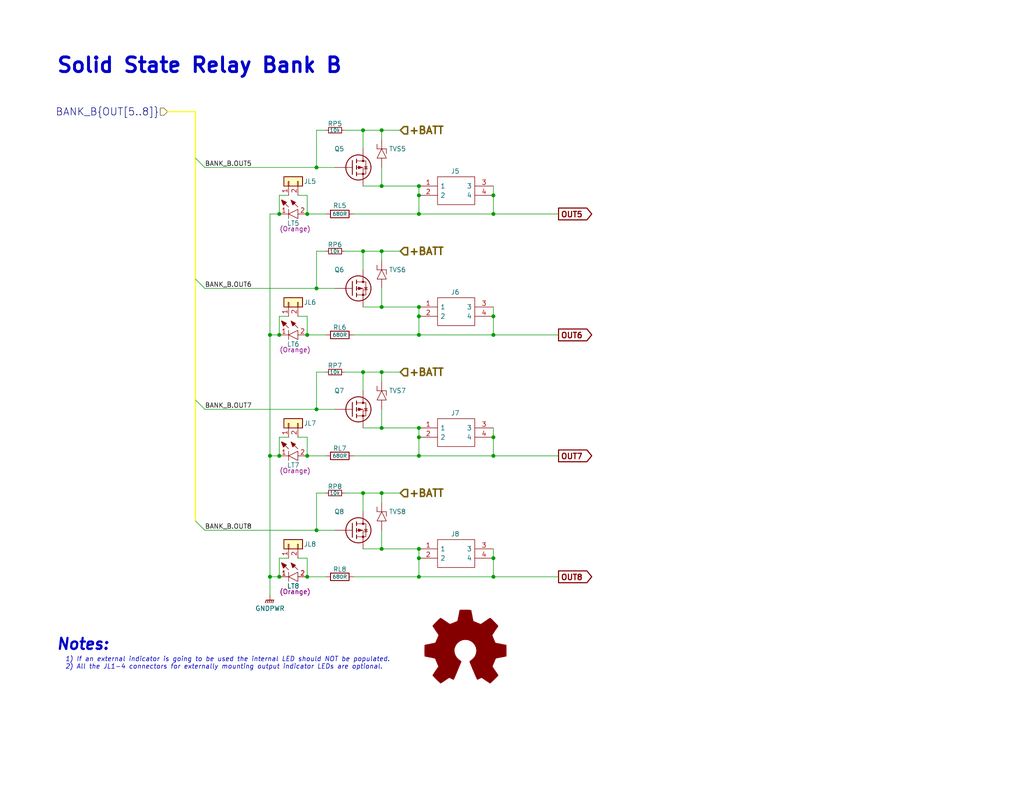
<source format=kicad_sch>
(kicad_sch (version 20230121) (generator eeschema)

  (uuid 6b8ea1e5-1849-4a48-8ebe-28c0dde5cbf0)

  (paper "USLetter")

  (title_block
    (date "2023-02-17")
    (rev "0.0.12")
    (comment 2 "http://creativecommons.org/licenses/by-sa/4.0/")
    (comment 3 "License: CC By SA 4.0")
    (comment 4 "Author: Michael Cummings")
    (comment 5 "https://ohwr.org/project/cernohl/wikis/Documents/CERN-OHL-version-2")
    (comment 6 "Hardware License: CERN-OHL-W")
  )

  (lib_symbols
    (symbol "Device:R_Small" (pin_numbers hide) (pin_names (offset 0.254) hide) (in_bom yes) (on_board yes)
      (property "Reference" "R" (at 0.762 0.508 0)
        (effects (font (size 1.27 1.27)) (justify left))
      )
      (property "Value" "R_Small" (at 0.762 -1.016 0)
        (effects (font (size 1.27 1.27)) (justify left))
      )
      (property "Footprint" "" (at 0 0 0)
        (effects (font (size 1.27 1.27)) hide)
      )
      (property "Datasheet" "~" (at 0 0 0)
        (effects (font (size 1.27 1.27)) hide)
      )
      (property "ki_keywords" "R resistor" (at 0 0 0)
        (effects (font (size 1.27 1.27)) hide)
      )
      (property "ki_description" "Resistor, small symbol" (at 0 0 0)
        (effects (font (size 1.27 1.27)) hide)
      )
      (property "ki_fp_filters" "R_*" (at 0 0 0)
        (effects (font (size 1.27 1.27)) hide)
      )
      (symbol "R_Small_0_1"
        (rectangle (start -0.762 1.778) (end 0.762 -1.778)
          (stroke (width 0.2032) (type default))
          (fill (type none))
        )
      )
      (symbol "R_Small_1_1"
        (pin passive line (at 0 2.54 270) (length 0.762)
          (name "~" (effects (font (size 1.27 1.27))))
          (number "1" (effects (font (size 1.27 1.27))))
        )
        (pin passive line (at 0 -2.54 90) (length 0.762)
          (name "~" (effects (font (size 1.27 1.27))))
          (number "2" (effects (font (size 1.27 1.27))))
        )
      )
    )
    (symbol "Graphic:Logo_Open_Hardware_Large" (pin_names (offset 1.016)) (in_bom yes) (on_board yes)
      (property "Reference" "#LOGO" (at 0 12.7 0)
        (effects (font (size 1.27 1.27)) hide)
      )
      (property "Value" "Logo_Open_Hardware_Large" (at 0 -10.16 0)
        (effects (font (size 1.27 1.27)) hide)
      )
      (property "Footprint" "" (at 0 0 0)
        (effects (font (size 1.27 1.27)) hide)
      )
      (property "Datasheet" "~" (at 0 0 0)
        (effects (font (size 1.27 1.27)) hide)
      )
      (property "ki_keywords" "Logo" (at 0 0 0)
        (effects (font (size 1.27 1.27)) hide)
      )
      (property "ki_description" "Open Hardware logo, large" (at 0 0 0)
        (effects (font (size 1.27 1.27)) hide)
      )
      (symbol "Logo_Open_Hardware_Large_1_1"
        (polyline
          (pts
            (xy 6.731 -8.7122)
            (xy 6.6294 -8.6614)
            (xy 6.35 -8.4836)
            (xy 5.9944 -8.255)
            (xy 5.5372 -7.9502)
            (xy 5.1054 -7.6454)
            (xy 4.7498 -7.4168)
            (xy 4.4958 -7.239)
            (xy 4.3942 -7.1882)
            (xy 4.318 -7.2136)
            (xy 4.1148 -7.3152)
            (xy 3.81 -7.4676)
            (xy 3.6322 -7.5692)
            (xy 3.3528 -7.6708)
            (xy 3.2258 -7.6962)
            (xy 3.2004 -7.6708)
            (xy 3.0988 -7.4676)
            (xy 2.9464 -7.0866)
            (xy 2.7178 -6.604)
            (xy 2.4892 -6.0452)
            (xy 2.2352 -5.4356)
            (xy 1.9558 -4.826)
            (xy 1.7272 -4.2164)
            (xy 1.4986 -3.683)
            (xy 1.3208 -3.2512)
            (xy 1.2192 -2.9464)
            (xy 1.1684 -2.8194)
            (xy 1.1938 -2.794)
            (xy 1.3208 -2.667)
            (xy 1.5748 -2.4892)
            (xy 2.0828 -2.0574)
            (xy 2.6162 -1.397)
            (xy 2.921 -0.6604)
            (xy 3.048 0.1524)
            (xy 2.9464 0.9144)
            (xy 2.6416 1.6256)
            (xy 2.1336 2.286)
            (xy 1.524 2.7686)
            (xy 0.8128 3.0734)
            (xy 0 3.175)
            (xy -0.762 3.0988)
            (xy -1.4986 2.794)
            (xy -2.159 2.286)
            (xy -2.4384 1.9812)
            (xy -2.8194 1.3208)
            (xy -3.048 0.6096)
            (xy -3.0734 0.4318)
            (xy -3.0226 -0.3556)
            (xy -2.794 -1.0922)
            (xy -2.3876 -1.7526)
            (xy -1.8288 -2.3114)
            (xy -1.7526 -2.3622)
            (xy -1.4732 -2.5654)
            (xy -1.2954 -2.6924)
            (xy -1.1684 -2.8194)
            (xy -2.159 -5.207)
            (xy -2.3114 -5.588)
            (xy -2.5908 -6.2484)
            (xy -2.8194 -6.8072)
            (xy -3.0226 -7.2644)
            (xy -3.1496 -7.5692)
            (xy -3.2258 -7.6708)
            (xy -3.2258 -7.6962)
            (xy -3.302 -7.6962)
            (xy -3.4798 -7.6454)
            (xy -3.8354 -7.4676)
            (xy -4.0386 -7.366)
            (xy -4.2926 -7.239)
            (xy -4.4196 -7.1882)
            (xy -4.5212 -7.239)
            (xy -4.7498 -7.3914)
            (xy -5.1054 -7.6454)
            (xy -5.5372 -7.9248)
            (xy -5.9436 -8.2042)
            (xy -6.3246 -8.4582)
            (xy -6.604 -8.636)
            (xy -6.731 -8.7122)
            (xy -6.7564 -8.7122)
            (xy -6.858 -8.636)
            (xy -7.0866 -8.4582)
            (xy -7.4168 -8.1534)
            (xy -7.874 -7.6962)
            (xy -7.9502 -7.62)
            (xy -8.3312 -7.239)
            (xy -8.636 -6.9088)
            (xy -8.8392 -6.6802)
            (xy -8.9154 -6.5786)
            (xy -8.9154 -6.5786)
            (xy -8.8392 -6.4516)
            (xy -8.6614 -6.1722)
            (xy -8.4328 -5.7912)
            (xy -8.128 -5.3594)
            (xy -7.3152 -4.191)
            (xy -7.7724 -3.0988)
            (xy -7.8994 -2.7686)
            (xy -8.0772 -2.3622)
            (xy -8.2042 -2.0828)
            (xy -8.255 -1.9558)
            (xy -8.382 -1.905)
            (xy -8.6614 -1.8542)
            (xy -9.0932 -1.7526)
            (xy -9.6266 -1.651)
            (xy -10.1092 -1.5748)
            (xy -10.541 -1.4732)
            (xy -10.8712 -1.4224)
            (xy -11.0236 -1.397)
            (xy -11.049 -1.3716)
            (xy -11.0744 -1.2954)
            (xy -11.0998 -1.143)
            (xy -11.0998 -0.889)
            (xy -11.1252 -0.4572)
            (xy -11.1252 0.1524)
            (xy -11.1252 0.2286)
            (xy -11.0998 0.8128)
            (xy -11.0998 1.27)
            (xy -11.0744 1.5494)
            (xy -11.0744 1.6764)
            (xy -11.0744 1.6764)
            (xy -10.922 1.7018)
            (xy -10.6172 1.778)
            (xy -10.16 1.8542)
            (xy -9.652 1.9558)
            (xy -9.6012 1.9812)
            (xy -9.0932 2.0828)
            (xy -8.636 2.159)
            (xy -8.3312 2.2352)
            (xy -8.2042 2.286)
            (xy -8.1788 2.3114)
            (xy -8.0772 2.5146)
            (xy -7.9248 2.8448)
            (xy -7.747 3.2512)
            (xy -7.5692 3.6576)
            (xy -7.4168 4.0386)
            (xy -7.3152 4.318)
            (xy -7.2898 4.445)
            (xy -7.2898 4.445)
            (xy -7.366 4.572)
            (xy -7.5438 4.826)
            (xy -7.7978 5.207)
            (xy -8.128 5.6642)
            (xy -8.128 5.6896)
            (xy -8.4328 6.1468)
            (xy -8.6868 6.5278)
            (xy -8.8392 6.7818)
            (xy -8.9154 6.9088)
            (xy -8.9154 6.9088)
            (xy -8.8138 7.0358)
            (xy -8.5852 7.2898)
            (xy -8.255 7.6454)
            (xy -7.874 8.0264)
            (xy -7.747 8.1534)
            (xy -7.3152 8.5852)
            (xy -7.0104 8.8646)
            (xy -6.8326 8.9916)
            (xy -6.731 9.0424)
            (xy -6.731 9.0424)
            (xy -6.604 8.9408)
            (xy -6.3246 8.763)
            (xy -5.9436 8.509)
            (xy -5.4864 8.2042)
            (xy -5.461 8.1788)
            (xy -5.0038 7.874)
            (xy -4.6482 7.62)
            (xy -4.3688 7.4422)
            (xy -4.2672 7.3914)
            (xy -4.2418 7.3914)
            (xy -4.064 7.4422)
            (xy -3.7338 7.5438)
            (xy -3.3528 7.6962)
            (xy -2.9464 7.874)
            (xy -2.5654 8.0264)
            (xy -2.286 8.1534)
            (xy -2.159 8.2296)
            (xy -2.159 8.2296)
            (xy -2.1082 8.382)
            (xy -2.032 8.7122)
            (xy -1.9304 9.1694)
            (xy -1.8288 9.7282)
            (xy -1.8034 9.8044)
            (xy -1.7018 10.3378)
            (xy -1.6256 10.7696)
            (xy -1.5748 11.0744)
            (xy -1.524 11.2014)
            (xy -1.4478 11.2268)
            (xy -1.1938 11.2522)
            (xy -0.8128 11.2522)
            (xy -0.3302 11.2522)
            (xy 0.1524 11.2522)
            (xy 0.6604 11.2522)
            (xy 1.0668 11.2268)
            (xy 1.3716 11.2014)
            (xy 1.4986 11.176)
            (xy 1.4986 11.176)
            (xy 1.5494 11.0236)
            (xy 1.6256 10.6934)
            (xy 1.7018 10.2108)
            (xy 1.8288 9.6774)
            (xy 1.8288 9.5758)
            (xy 1.9304 9.0424)
            (xy 2.032 8.6106)
            (xy 2.0828 8.3058)
            (xy 2.1336 8.2042)
            (xy 2.159 8.1788)
            (xy 2.3876 8.0772)
            (xy 2.7432 7.9248)
            (xy 3.175 7.747)
            (xy 4.191 7.3406)
            (xy 5.461 8.2042)
            (xy 5.5626 8.2804)
            (xy 6.0198 8.5852)
            (xy 6.3754 8.8392)
            (xy 6.6294 8.9916)
            (xy 6.7564 9.0424)
            (xy 6.7564 9.0424)
            (xy 6.8834 8.9408)
            (xy 7.1374 8.7122)
            (xy 7.4676 8.382)
            (xy 7.8486 7.9756)
            (xy 8.1534 7.6962)
            (xy 8.4836 7.3406)
            (xy 8.7122 7.112)
            (xy 8.8392 6.9596)
            (xy 8.8646 6.858)
            (xy 8.8646 6.8072)
            (xy 8.7884 6.6802)
            (xy 8.6106 6.4008)
            (xy 8.3312 6.0198)
            (xy 8.0264 5.588)
            (xy 7.7978 5.207)
            (xy 7.5184 4.8006)
            (xy 7.3406 4.4958)
            (xy 7.2898 4.3434)
            (xy 7.2898 4.2926)
            (xy 7.3914 4.0386)
            (xy 7.5184 3.683)
            (xy 7.7216 3.2258)
            (xy 8.1534 2.2352)
            (xy 8.7884 2.1082)
            (xy 9.1948 2.0574)
            (xy 9.7536 1.9304)
            (xy 10.2616 1.8288)
            (xy 11.0998 1.6764)
            (xy 11.1252 -1.3208)
            (xy 10.9982 -1.3716)
            (xy 10.8712 -1.397)
            (xy 10.5664 -1.4732)
            (xy 10.1346 -1.5494)
            (xy 9.6266 -1.651)
            (xy 9.1948 -1.7272)
            (xy 8.7376 -1.8288)
            (xy 8.4328 -1.8796)
            (xy 8.2804 -1.905)
            (xy 8.255 -1.9558)
            (xy 8.1534 -2.159)
            (xy 7.9756 -2.5146)
            (xy 7.8232 -2.921)
            (xy 7.6454 -3.3274)
            (xy 7.493 -3.7338)
            (xy 7.366 -4.0132)
            (xy 7.3406 -4.191)
            (xy 7.3914 -4.2926)
            (xy 7.5692 -4.5466)
            (xy 7.7978 -4.9276)
            (xy 8.1026 -5.3594)
            (xy 8.4074 -5.7912)
            (xy 8.6614 -6.1722)
            (xy 8.8138 -6.4262)
            (xy 8.89 -6.5532)
            (xy 8.8646 -6.6548)
            (xy 8.6868 -6.858)
            (xy 8.3566 -7.1882)
            (xy 7.874 -7.6708)
            (xy 7.7978 -7.747)
            (xy 7.3914 -8.128)
            (xy 7.0612 -8.4328)
            (xy 6.8326 -8.636)
            (xy 6.731 -8.7122)
          )
          (stroke (width 0) (type default))
          (fill (type outline))
        )
      )
    )
    (symbol "dragon_mobile:1190297" (pin_names (offset 0.762)) (in_bom yes) (on_board yes)
      (property "Reference" "J" (at 5.08 6.35 0)
        (effects (font (size 1.27 1.27)) (justify left))
      )
      (property "Value" "1190297" (at 5.08 3.81 0)
        (effects (font (size 1.27 1.27)) (justify left))
      )
      (property "Footprint" "dragon_mobile:1190297" (at 16.51 -6.35 0)
        (effects (font (size 1.27 1.27)) (justify left) hide)
      )
      (property "Datasheet" "https://www.phoenixcontact.com/online/portal/ae?uri=pxc-oc-itemdetail:pid=1190297&library=aeen&tab=1" (at 16.51 -8.89 0)
        (effects (font (size 1.27 1.27)) (justify left) hide)
      )
      (property "Description" "2 Position Wire to Board Terminal Block Horizontal with Board 0.197\" (5.00mm) Through Hole" (at 16.51 -11.43 0)
        (effects (font (size 1.27 1.27)) (justify left) hide)
      )
      (property "Height (mm)" "16.64" (at 16.51 -13.97 0)
        (effects (font (size 1.27 1.27)) (justify left) hide)
      )
      (property "MFN" "Phoenix Contact" (at 16.51 -16.51 0)
        (effects (font (size 1.27 1.27)) (justify left) hide)
      )
      (property "MFP" "1190297" (at 16.51 -19.05 0)
        (effects (font (size 1.27 1.27)) (justify left) hide)
      )
      (property "Mouser Part Number" "651-1190297" (at 16.51 -21.59 0)
        (effects (font (size 1.27 1.27)) (justify left) hide)
      )
      (property "Mouser Price/Stock" "https://www.mouser.com/ProductDetail/Phoenix-Contact/1190297?qs=QNEnbhJQKvaBinyAO%252BdsFA%3D%3D" (at 16.51 -24.13 0)
        (effects (font (size 1.27 1.27)) (justify left) hide)
      )
      (property "Package" "Other" (at 16.764 -26.162 0)
        (effects (font (size 1.27 1.27)) (justify left) hide)
      )
      (property "Type" "THT" (at 16.764 -28.194 0)
        (effects (font (size 1.27 1.27)) (justify left) hide)
      )
      (property "Characteristics" "2 Position Wire to Board Terminal Block Horizontal with Board 0.197\" (5.00mm) Through Hole" (at 16.764 -30.226 0)
        (effects (font (size 1.27 1.27)) (justify left) hide)
      )
      (property "ki_description" "2 Position Wire to Board Terminal Block Horizontal with Board 0.197\" (5.00mm) Through Hole" (at 0 0 0)
        (effects (font (size 1.27 1.27)) hide)
      )
      (symbol "1190297_0_0"
        (pin passive line (at 0 0 0) (length 5.08)
          (name "1" (effects (font (size 1.27 1.27))))
          (number "1" (effects (font (size 1.27 1.27))))
        )
        (pin passive line (at 0 -2.54 0) (length 5.08)
          (name "2" (effects (font (size 1.27 1.27))))
          (number "2" (effects (font (size 1.27 1.27))))
        )
        (pin passive line (at 20.32 0 180) (length 5.08)
          (name "3" (effects (font (size 1.27 1.27))))
          (number "3" (effects (font (size 1.27 1.27))))
        )
        (pin passive line (at 20.32 -2.54 180) (length 5.08)
          (name "4" (effects (font (size 1.27 1.27))))
          (number "4" (effects (font (size 1.27 1.27))))
        )
      )
      (symbol "1190297_0_1"
        (polyline
          (pts
            (xy 5.08 2.54)
            (xy 15.24 2.54)
            (xy 15.24 -5.08)
            (xy 5.08 -5.08)
            (xy 5.08 2.54)
          )
          (stroke (width 0.1524) (type default))
          (fill (type none))
        )
      )
    )
    (symbol "dragon_mobile:680R" (pin_numbers hide) (pin_names (offset 0.762) hide) (in_bom yes) (on_board yes)
      (property "Reference" "R" (at 1.524 1.27 0)
        (effects (font (size 1.27 1.27)) (justify left))
      )
      (property "Value" "680R" (at 0 -2.286 90)
        (effects (font (size 1.27 1.27)) (justify left))
      )
      (property "Footprint" "Resistor_SMD:R_0805_2012Metric" (at -0.254 -13.462 0)
        (effects (font (size 1.27 1.27)) (justify left) hide)
      )
      (property "Datasheet" "https://www.mouser.com/datasheet/2/348/sdr_e-3009658.pdf" (at -0.254 -16.002 0)
        (effects (font (size 1.27 1.27)) (justify left) hide)
      )
      (property "Description" "Thick Film Resistors 680Ohms, 5%, 500mW, Anti-Surge, SMD 0805" (at -0.254 -18.542 0)
        (effects (font (size 1.27 1.27)) (justify left) hide)
      )
      (property "Height (mm)" "0.55" (at -0.254 -26.162 0)
        (effects (font (size 1.27 1.27)) (justify left) hide)
      )
      (property "MFN" "ROHM Semiconductor" (at -0.254 -28.702 0)
        (effects (font (size 1.27 1.27)) (justify left) hide)
      )
      (property "MFP" "SDR10EZPJ681" (at -0.254 -31.242 0)
        (effects (font (size 1.27 1.27)) (justify left) hide)
      )
      (property "Mouser Part Number" "755-SDR10EZPJ681" (at -0.254 -21.082 0)
        (effects (font (size 1.27 1.27)) (justify left) hide)
      )
      (property "Mouser Price/Stock" "https://www.mouser.com/ProductDetail/ROHM-Semiconductor/SDR10EZPJ681?qs=MyNHzdoqoQLanw95owtKRg%3D%3D" (at -0.254 -23.622 0)
        (effects (font (size 1.27 1.27)) (justify left) hide)
      )
      (property "Characteristics" "Thick Film Resistors 680Ohms, 5%, 500mW, Anti-Surge, SMD 0805" (at 0 -33.274 0)
        (effects (font (size 1.27 1.27)) (justify left) hide)
      )
      (property "ki_keywords" "Thick Film Resistors SMD" (at 0 0 0)
        (effects (font (size 1.27 1.27)) hide)
      )
      (property "ki_description" "Thick Film Resistors - SMD, 600V overload voltage" (at 0 0 0)
        (effects (font (size 1.27 1.27)) hide)
      )
      (symbol "680R_0_1"
        (rectangle (start -1.016 -2.54) (end 1.016 2.54)
          (stroke (width 0.254) (type default))
          (fill (type none))
        )
      )
      (symbol "680R_1_1"
        (pin passive line (at 0 3.81 270) (length 1.27)
          (name "~" (effects (font (size 1.27 1.27))))
          (number "1" (effects (font (size 1.27 1.27))))
        )
        (pin passive line (at 0 -3.81 90) (length 1.27)
          (name "~" (effects (font (size 1.27 1.27))))
          (number "2" (effects (font (size 1.27 1.27))))
        )
      )
    )
    (symbol "dragon_mobile:Conn_01x02" (pin_names (offset 1.016) hide) (in_bom yes) (on_board yes)
      (property "Reference" "JP2" (at 0 2.54 0)
        (effects (font (size 1 1)))
      )
      (property "Value" "Conn_01x02" (at 0 -5.08 0)
        (effects (font (size 1 1)) hide)
      )
      (property "Footprint" "dragon_mobile:PinHeader_1x02_P1.00mm_Vertical" (at 0 -11.43 0)
        (effects (font (size 1 1)) (justify left) hide)
      )
      (property "Datasheet" "~" (at 0 -13.335 0)
        (effects (font (size 1 1)) (justify left) hide)
      )
      (property "Description" "Pin Header; 1mm 1x2 Vertical" (at 0 -15.24 0)
        (effects (font (size 1 1)) (justify left) hide)
      )
      (property "Package" "Other" (at 0 -17.145 0)
        (effects (font (size 1 1)) (justify left) hide)
      )
      (property "Type" "THT" (at 0 -19.05 0)
        (effects (font (size 1 1)) (justify left) hide)
      )
      (property "ki_keywords" "connector" (at 0 0 0)
        (effects (font (size 1.27 1.27)) hide)
      )
      (property "ki_description" "Generic connector, single row, 01x02, script generated (kicad-library-utils/schlib/autogen/connector/)" (at 0 0 0)
        (effects (font (size 1.27 1.27)) hide)
      )
      (property "ki_fp_filters" "Connector*:*_1x??_*" (at 0 0 0)
        (effects (font (size 1.27 1.27)) hide)
      )
      (symbol "Conn_01x02_1_1"
        (rectangle (start -1.27 -2.413) (end 0 -2.667)
          (stroke (width 0.1524) (type default))
          (fill (type none))
        )
        (rectangle (start -1.27 0.127) (end 0 -0.127)
          (stroke (width 0.1524) (type default))
          (fill (type none))
        )
        (rectangle (start -1.27 1.27) (end 1.27 -3.81)
          (stroke (width 0.254) (type default))
          (fill (type background))
        )
        (pin passive line (at -3.81 0 0) (length 2.54)
          (name "Pin_1" (effects (font (size 1.27 1.27))))
          (number "1" (effects (font (size 1.27 1.27))))
        )
        (pin passive line (at -3.81 -2.54 0) (length 2.54)
          (name "Pin_2" (effects (font (size 1.27 1.27))))
          (number "2" (effects (font (size 1.27 1.27))))
        )
      )
    )
    (symbol "dragon_mobile:IRF4905PBF" (pin_numbers hide) (pin_names (offset 0.762) hide) (in_bom yes) (on_board yes)
      (property "Reference" "Q" (at 0 -1.905 0)
        (effects (font (size 1.27 1.27)))
      )
      (property "Value" "IRF4905PBF" (at 16.002 -0.254 0)
        (effects (font (size 1.27 1.27)))
      )
      (property "Footprint" "dragon_mobile:IRF4905PBF" (at 0 -17.526 0)
        (effects (font (size 1.27 1.27)) (justify left) hide)
      )
      (property "Datasheet" "https://datasheet.datasheetarchive.com/originals/distributors/Datasheets_SAMA/e52aa5f51fe2980ce3912b85b4d53dd4.pdf" (at 0 -20.066 0)
        (effects (font (size 1.27 1.27)) (justify left) hide)
      )
      (property "Description" "P-channel MOSFET,IRF4905 64A 55V" (at 0 -22.606 0)
        (effects (font (size 1.27 1.27)) (justify left) hide)
      )
      (property "MFN" "Infineon" (at 0 -32.766 0)
        (effects (font (size 1.27 1.27)) (justify left) hide)
      )
      (property "MFP" "IRF4905PBF" (at 0 -35.306 0)
        (effects (font (size 1.27 1.27)) (justify left) hide)
      )
      (property "Height (mm)" "4.69" (at 0 -25.146 0)
        (effects (font (size 1.27 1.27)) (justify left) hide)
      )
      (property "Mouser Part Number" "942-IRF4905PBF" (at 0 -27.686 0)
        (effects (font (size 1.27 1.27)) (justify left) hide)
      )
      (property "Mouser Price/Stock" "https://www.mouser.com/ProductDetail/Infineon-IR/IRF4905PBF?qs=9%252BKlkBgLFf39l0HsWdxvdw%3D%3D" (at 0 -30.226 0)
        (effects (font (size 1.27 1.27)) (justify left) hide)
      )
      (property "ki_keywords" "fet mosfet transistor" (at 0 0 0)
        (effects (font (size 1.27 1.27)) hide)
      )
      (property "ki_description" "P-channel MOSFET,IRF4905 64A 55V" (at 0 0 0)
        (effects (font (size 1.27 1.27)) hide)
      )
      (symbol "IRF4905PBF_0_1"
        (polyline
          (pts
            (xy 4.699 0)
            (xy 2.54 0)
          )
          (stroke (width 0) (type default))
          (fill (type none))
        )
        (polyline
          (pts
            (xy 4.699 1.905)
            (xy 4.699 -1.905)
          )
          (stroke (width 0.254) (type default))
          (fill (type none))
        )
        (polyline
          (pts
            (xy 5.842 -1.27)
            (xy 5.842 -2.286)
          )
          (stroke (width 0.254) (type default))
          (fill (type none))
        )
        (polyline
          (pts
            (xy 5.842 0.508)
            (xy 5.842 -0.508)
          )
          (stroke (width 0.254) (type default))
          (fill (type none))
        )
        (polyline
          (pts
            (xy 5.842 2.286)
            (xy 5.842 1.27)
          )
          (stroke (width 0.254) (type default))
          (fill (type none))
        )
        (polyline
          (pts
            (xy 7.62 2.54)
            (xy 7.62 1.778)
          )
          (stroke (width 0) (type default))
          (fill (type none))
        )
        (polyline
          (pts
            (xy 7.62 -2.54)
            (xy 7.62 0)
            (xy 5.842 0)
          )
          (stroke (width 0) (type default))
          (fill (type none))
        )
        (polyline
          (pts
            (xy 5.842 1.778)
            (xy 8.382 1.778)
            (xy 8.382 -1.778)
            (xy 5.842 -1.778)
          )
          (stroke (width 0) (type default))
          (fill (type none))
        )
        (polyline
          (pts
            (xy 7.366 0)
            (xy 6.35 0.381)
            (xy 6.35 -0.381)
            (xy 7.366 0)
          )
          (stroke (width 0) (type default))
          (fill (type outline))
        )
        (polyline
          (pts
            (xy 7.874 -0.508)
            (xy 8.001 -0.381)
            (xy 8.763 -0.381)
            (xy 8.89 -0.254)
          )
          (stroke (width 0) (type default))
          (fill (type none))
        )
        (polyline
          (pts
            (xy 8.382 -0.381)
            (xy 8.001 0.254)
            (xy 8.763 0.254)
            (xy 8.382 -0.381)
          )
          (stroke (width 0) (type default))
          (fill (type none))
        )
        (circle (center 6.35 0) (radius 3.429)
          (stroke (width 0.254) (type default))
          (fill (type none))
        )
        (circle (center 7.62 -1.778) (radius 0.254)
          (stroke (width 0) (type default))
          (fill (type outline))
        )
        (circle (center 7.62 1.778) (radius 0.254)
          (stroke (width 0) (type default))
          (fill (type outline))
        )
      )
      (symbol "IRF4905PBF_1_1"
        (pin input line (at 0 0 0) (length 2.54)
          (name "" (effects (font (size 1.27 1.27))))
          (number "1" (effects (font (size 1.27 1.27))))
        )
        (pin passive line (at 7.62 5.08 270) (length 2.54)
          (name "" (effects (font (size 1.27 1.27))))
          (number "2" (effects (font (size 1.27 1.27))))
        )
        (pin passive line (at 7.62 -5.08 90) (length 2.54)
          (name "" (effects (font (size 1.27 1.27))))
          (number "3" (effects (font (size 1.27 1.27))))
        )
      )
    )
    (symbol "dragon_mobile:LTST-C190KFKT" (pin_names (offset 0.762)) (in_bom yes) (on_board yes)
      (property "Reference" "LED1" (at 2.54 5.715 0)
        (effects (font (size 1 1)))
      )
      (property "Value" "LTST-C190KFKT" (at 5.715 -2.54 0)
        (effects (font (size 1 1)) hide)
      )
      (property "Footprint" "dragon_mobile:LEDC1607X80N" (at 0 -7.62 0)
        (effects (font (size 1 1)) (justify left) hide)
      )
      (property "Datasheet" "https://optoelectronics.liteon.com/upload/download/DS-22-99-0186/LTST-C190KFKT.PDF" (at 0 -9.525 0)
        (effects (font (size 1 1)) (justify left) hide)
      )
      (property "Description" "Orange LED (605 nm); Rectangle Lens; Top Viewing; 1608 (0603) SMD Package" (at 0 -11.43 0)
        (effects (font (size 1 1)) (justify left) hide)
      )
      (property "MFN" "Lite-On" (at 0 -13.335 0)
        (effects (font (size 1 1)) (justify left) hide)
      )
      (property "MFP" "LTST-C190KFKT" (at 0 -15.24 0)
        (effects (font (size 1 1)) (justify left) hide)
      )
      (property "Package" "0603" (at 0 -17.145 0)
        (effects (font (size 1 1)) (justify left) hide)
      )
      (property "Type" "SMD" (at 0 -19.05 0)
        (effects (font (size 1 1)) (justify left) hide)
      )
      (property "Your Instructions/Notes" "~" (at 0 -20.955 0)
        (effects (font (size 1 1)) (justify left) hide)
      )
      (property "Height (mm)" "0.80" (at 0 -22.86 0)
        (effects (font (size 1 1)) (justify left) hide)
      )
      (property "Characteristics" "Orange LED (605 nm); Rectangle Lens; Top Viewing; 1608 (0603) SMD Package" (at 0 -24.765 0)
        (effects (font (size 1 1)) (justify left) hide)
      )
      (property "Mouser Part Number" "859-LTST-C190KFKT" (at 0 -26.67 0)
        (effects (font (size 1 1)) (justify left) hide)
      )
      (property "Mouser Price/Stock" "https://www.mouser.com/ProductDetail/Lite-On/LTST-C190KFKT?qs=6QHXI9jVcTyVErVIqD1vhg%3D%3D" (at 0 -28.575 0)
        (effects (font (size 1 1)) (justify left) hide)
      )
      (property "Color" "(Orange)" (at 4.318 -4.064 0)
        (effects (font (size 1.27 1.27)))
      )
      (property "ki_description" "LED,SMD,0603,Orange,60mcd,130deg Lite-On LTST-C190KFKT Orange LED, 605 nm, 1608 (0603), Rectangle Lens SMD Package" (at 0 0 0)
        (effects (font (size 1.27 1.27)) hide)
      )
      (symbol "LTST-C190KFKT_0_0"
        (pin passive line (at 0 0 0) (length 2.54)
          (name "~" (effects (font (size 1.27 1.27))))
          (number "1" (effects (font (size 1.27 1.27))))
        )
        (pin passive line (at 7.62 0 180) (length 2.54)
          (name "~" (effects (font (size 1.27 1.27))))
          (number "2" (effects (font (size 1.27 1.27))))
        )
      )
      (symbol "LTST-C190KFKT_0_1"
        (polyline
          (pts
            (xy 2.54 1.27)
            (xy 2.54 -1.27)
          )
          (stroke (width 0) (type default))
          (fill (type none))
        )
        (polyline
          (pts
            (xy 2.54 1.905)
            (xy 1.27 3.175)
          )
          (stroke (width 0.1524) (type default))
          (fill (type none))
        )
        (polyline
          (pts
            (xy 5.08 1.905)
            (xy 3.81 3.175)
          )
          (stroke (width 0) (type default))
          (fill (type none))
        )
        (polyline
          (pts
            (xy 1.905 3.175)
            (xy 1.143 2.413)
            (xy 0.635 3.81)
            (xy 1.905 3.175)
          )
          (stroke (width 0.254) (type default))
          (fill (type outline))
        )
        (polyline
          (pts
            (xy 2.54 0)
            (xy 5.08 1.27)
            (xy 5.08 -1.27)
            (xy 2.54 0)
          )
          (stroke (width 0) (type default))
          (fill (type none))
        )
        (polyline
          (pts
            (xy 4.445 3.175)
            (xy 3.683 2.413)
            (xy 3.175 3.81)
            (xy 4.445 3.175)
          )
          (stroke (width 0) (type default))
          (fill (type outline))
        )
      )
    )
    (symbol "dragon_mobile:SM6T18AY" (pin_numbers hide) (pin_names (offset 0.762) hide) (in_bom yes) (on_board yes)
      (property "Reference" "D" (at 0 5.08 0)
        (effects (font (size 1.27 1.27)) (justify left))
      )
      (property "Value" "15.3V" (at 0 2.54 0)
        (effects (font (size 1.27 1.27)) (justify left) hide)
      )
      (property "Footprint" "dragon_mobile:SM6T18AY" (at 0 -6.35 0)
        (effects (font (size 1.27 1.27)) (justify left) hide)
      )
      (property "Datasheet" "https://www.mouser.com/datasheet/2/389/sm6t10ay-2956119.pdf" (at 0 -8.89 0)
        (effects (font (size 1.27 1.27)) (justify left) hide)
      )
      (property "Description" "Uni-Directional TVS Diode, 15.3V Working, 17.1V breakdown, 600W peak, SMD 2-Pin DO-214AA (SMB), AEC-Q100" (at 0 -11.43 0)
        (effects (font (size 1.27 1.27)) (justify left) hide)
      )
      (property "MFN" "STMicroelectronics" (at 0 -13.97 0)
        (effects (font (size 1.27 1.27)) (justify left) hide)
      )
      (property "MFP" "SM6T18AY" (at 0 -16.51 0)
        (effects (font (size 1.27 1.27)) (justify left) hide)
      )
      (property "Package" "DO-214AA" (at 0 -19.05 0)
        (effects (font (size 1.27 1.27)) (justify left) hide)
      )
      (property "Type" "SMD" (at 0 -21.59 0)
        (effects (font (size 1.27 1.27)) (justify left) hide)
      )
      (property "Characteristics" "Uni-Directional TVS Diode, 15.3V Working, 17.1V breakdown, 600W peak, SMD 2-Pin DO-214AA (SMB), AEC-Q100" (at 0 -26.035 0)
        (effects (font (size 1.27 1.27)) (justify left) hide)
      )
      (property "Your Instructions/Notes" "~" (at 0 -23.495 0)
        (effects (font (size 1.27 1.27)) (justify left) hide)
      )
      (property "Height (mm)" "2.65" (at 0 -28.575 0)
        (effects (font (size 1.27 1.27)) (justify left) hide)
      )
      (property "Mouser Part Number" "511-SM6T18AY" (at 0 -31.115 0)
        (effects (font (size 1.27 1.27)) (justify left) hide)
      )
      (property "Mouser Price/Stock" "https://www.mouser.com/ProductDetail/STMicroelectronics/SM6T18AY?qs=94V4QatVK%252BcDIsO0p2IEXQ%3D%3D" (at 0 -33.655 0)
        (effects (font (size 1.27 1.27)) (justify left) hide)
      )
      (property "ki_keywords" "TVS Diode EMS Suppression Unidirectional" (at 0 0 0)
        (effects (font (size 1.27 1.27)) hide)
      )
      (property "ki_description" "Uni-Directional TVS Diode, 15.3V Working, 17.1V breakdown, 600W peak, SMD 2-Pin DO-214AA (SMB), AEC-Q100" (at 0 0 0)
        (effects (font (size 1.27 1.27)) hide)
      )
      (symbol "SM6T18AY_0_0"
        (pin passive line (at 0 0 0) (length 2.54)
          (name "~" (effects (font (size 1.27 1.27))))
          (number "1" (effects (font (size 1.27 1.27))))
        )
        (pin passive line (at 7.62 0 180) (length 2.54)
          (name "~" (effects (font (size 1.27 1.27))))
          (number "2" (effects (font (size 1.27 1.27))))
        )
      )
      (symbol "SM6T18AY_0_1"
        (polyline
          (pts
            (xy 2.54 -1.27)
            (xy 1.27 -1.27)
          )
          (stroke (width 0) (type default))
          (fill (type none))
        )
        (polyline
          (pts
            (xy 2.54 1.27)
            (xy 2.54 -1.27)
          )
          (stroke (width 0) (type default))
          (fill (type none))
        )
        (polyline
          (pts
            (xy 2.54 1.27)
            (xy 3.81 1.27)
          )
          (stroke (width 0) (type default))
          (fill (type none))
        )
        (polyline
          (pts
            (xy 2.54 0)
            (xy 5.08 1.27)
            (xy 5.08 -1.27)
            (xy 2.54 0)
          )
          (stroke (width 0) (type default))
          (fill (type none))
        )
      )
    )
    (symbol "power:GNDPWR" (power) (pin_names (offset 0)) (in_bom yes) (on_board yes)
      (property "Reference" "#PWR" (at 0 -5.08 0)
        (effects (font (size 1.27 1.27)) hide)
      )
      (property "Value" "GNDPWR" (at 0 -3.302 0)
        (effects (font (size 1.27 1.27)))
      )
      (property "Footprint" "" (at 0 -1.27 0)
        (effects (font (size 1.27 1.27)) hide)
      )
      (property "Datasheet" "" (at 0 -1.27 0)
        (effects (font (size 1.27 1.27)) hide)
      )
      (property "ki_keywords" "power-flag" (at 0 0 0)
        (effects (font (size 1.27 1.27)) hide)
      )
      (property "ki_description" "Power symbol creates a global label with name \"GNDPWR\" , power ground" (at 0 0 0)
        (effects (font (size 1.27 1.27)) hide)
      )
      (symbol "GNDPWR_0_1"
        (polyline
          (pts
            (xy 0 -1.27)
            (xy 0 0)
          )
          (stroke (width 0) (type default))
          (fill (type none))
        )
        (polyline
          (pts
            (xy -1.016 -1.27)
            (xy -1.27 -2.032)
            (xy -1.27 -2.032)
          )
          (stroke (width 0.2032) (type default))
          (fill (type none))
        )
        (polyline
          (pts
            (xy -0.508 -1.27)
            (xy -0.762 -2.032)
            (xy -0.762 -2.032)
          )
          (stroke (width 0.2032) (type default))
          (fill (type none))
        )
        (polyline
          (pts
            (xy 0 -1.27)
            (xy -0.254 -2.032)
            (xy -0.254 -2.032)
          )
          (stroke (width 0.2032) (type default))
          (fill (type none))
        )
        (polyline
          (pts
            (xy 0.508 -1.27)
            (xy 0.254 -2.032)
            (xy 0.254 -2.032)
          )
          (stroke (width 0.2032) (type default))
          (fill (type none))
        )
        (polyline
          (pts
            (xy 1.016 -1.27)
            (xy -1.016 -1.27)
            (xy -1.016 -1.27)
          )
          (stroke (width 0.2032) (type default))
          (fill (type none))
        )
        (polyline
          (pts
            (xy 1.016 -1.27)
            (xy 0.762 -2.032)
            (xy 0.762 -2.032)
            (xy 0.762 -2.032)
          )
          (stroke (width 0.2032) (type default))
          (fill (type none))
        )
      )
      (symbol "GNDPWR_1_1"
        (pin power_in line (at 0 0 270) (length 0) hide
          (name "GNDPWR" (effects (font (size 1.27 1.27))))
          (number "1" (effects (font (size 1.27 1.27))))
        )
      )
    )
  )

  (junction (at 83.82 58.42) (diameter 0) (color 0 0 0 0)
    (uuid 032daf18-944b-41fd-8d1a-c08d2e0911c4)
  )
  (junction (at 114.3 152.4) (diameter 0) (color 0 0 0 0)
    (uuid 05d55c4f-2167-4829-b4cb-1beeda038117)
  )
  (junction (at 104.14 35.56) (diameter 0) (color 0 0 0 0)
    (uuid 077650f5-3c8b-400e-88f4-57728e80e49d)
  )
  (junction (at 86.36 78.74) (diameter 0) (color 0 0 0 0)
    (uuid 097e082e-4042-4270-bf17-c3020066215c)
  )
  (junction (at 114.3 124.46) (diameter 0) (color 0 0 0 0)
    (uuid 0c2a39a4-f347-4def-a3b5-3dce3291f283)
  )
  (junction (at 134.62 91.44) (diameter 0) (color 0 0 0 0)
    (uuid 159df9ab-4efd-4c43-851b-b539f18e0911)
  )
  (junction (at 104.14 50.8) (diameter 0) (color 0 0 0 0)
    (uuid 1bfe762e-e2cf-4410-b63d-d37d4b3e9c1d)
  )
  (junction (at 114.3 149.86) (diameter 0) (color 0 0 0 0)
    (uuid 216ef4bd-562b-477b-9e4d-0b0437405727)
  )
  (junction (at 114.3 119.38) (diameter 0) (color 0 0 0 0)
    (uuid 28dc8fe1-824c-49d6-8632-66c11178d335)
  )
  (junction (at 114.3 116.84) (diameter 0) (color 0 0 0 0)
    (uuid 2a814c8c-86b9-4b48-ba84-c13147b986eb)
  )
  (junction (at 73.66 157.48) (diameter 0) (color 0 0 0 0)
    (uuid 2d4cc31c-efc1-4e3f-90bb-04f7a54d46a7)
  )
  (junction (at 134.62 152.4) (diameter 0) (color 0 0 0 0)
    (uuid 394d5d33-f4c3-4a75-b69d-43d7350699ec)
  )
  (junction (at 114.3 91.44) (diameter 0) (color 0 0 0 0)
    (uuid 415116b3-70d1-4c5b-a7c5-a07653bcb64f)
  )
  (junction (at 83.82 91.44) (diameter 0) (color 0 0 0 0)
    (uuid 4217bbae-7336-48e5-851e-aaf40d42f624)
  )
  (junction (at 83.82 157.48) (diameter 0) (color 0 0 0 0)
    (uuid 4b479129-232e-4a84-bf73-7393acad359b)
  )
  (junction (at 99.06 35.56) (diameter 0) (color 0 0 0 0)
    (uuid 503ff21a-a680-45c8-a008-682aa1d9bdc9)
  )
  (junction (at 134.62 53.34) (diameter 0) (color 0 0 0 0)
    (uuid 5353db96-8454-470b-b1f7-9104956ae4f9)
  )
  (junction (at 76.2 91.44) (diameter 0) (color 0 0 0 0)
    (uuid 56017f73-117b-4975-84d3-658b39c1aa8f)
  )
  (junction (at 114.3 53.34) (diameter 0) (color 0 0 0 0)
    (uuid 65000593-692c-485a-85db-bfe7910c7003)
  )
  (junction (at 86.36 144.78) (diameter 0) (color 0 0 0 0)
    (uuid 6821e2f1-6648-44cb-8a0d-d2e99c165e45)
  )
  (junction (at 76.2 58.42) (diameter 0) (color 0 0 0 0)
    (uuid 6930dab9-3bc3-405c-a2b6-807429478f19)
  )
  (junction (at 114.3 58.42) (diameter 0) (color 0 0 0 0)
    (uuid 7580fff0-e2cf-4b47-befc-26eb6cfdba66)
  )
  (junction (at 104.14 68.58) (diameter 0) (color 0 0 0 0)
    (uuid 798fd54a-e827-4f5f-92dd-c2299b56ca56)
  )
  (junction (at 83.82 124.46) (diameter 0) (color 0 0 0 0)
    (uuid 7d2b93ac-3d50-412a-aabe-79e0bc816ee4)
  )
  (junction (at 134.62 58.42) (diameter 0) (color 0 0 0 0)
    (uuid 7f9a21b5-cb53-4fc1-b03c-0aff905b2a2e)
  )
  (junction (at 99.06 101.6) (diameter 0) (color 0 0 0 0)
    (uuid 84f193b5-61c5-43cd-abf9-b203c3833a55)
  )
  (junction (at 114.3 157.48) (diameter 0) (color 0 0 0 0)
    (uuid 8539d17e-bd85-4629-b303-4092c5f45e7b)
  )
  (junction (at 76.2 124.46) (diameter 0) (color 0 0 0 0)
    (uuid 872faf68-1ab5-4893-8f8f-c803f4a6baa1)
  )
  (junction (at 134.62 86.36) (diameter 0) (color 0 0 0 0)
    (uuid 90aff05a-34f8-437e-8f29-11c558a07cd0)
  )
  (junction (at 104.14 116.84) (diameter 0) (color 0 0 0 0)
    (uuid 917f9c22-71d9-489b-9916-829cc1188530)
  )
  (junction (at 99.06 68.58) (diameter 0) (color 0 0 0 0)
    (uuid 9d13880a-c686-4fe3-ac9a-611357294dac)
  )
  (junction (at 134.62 157.48) (diameter 0) (color 0 0 0 0)
    (uuid 9d9114dc-4b3d-4134-92c3-7ea8c97db756)
  )
  (junction (at 104.14 101.6) (diameter 0) (color 0 0 0 0)
    (uuid 9ed41064-f14a-485c-bdee-d56fcaeb4254)
  )
  (junction (at 104.14 149.86) (diameter 0) (color 0 0 0 0)
    (uuid a64d6872-8347-4f8b-9f5b-c78f361f2734)
  )
  (junction (at 104.14 83.82) (diameter 0) (color 0 0 0 0)
    (uuid a7b18f81-dc4c-40c3-ac24-00e6fcd23331)
  )
  (junction (at 114.3 50.8) (diameter 0) (color 0 0 0 0)
    (uuid ab1c9705-d745-4098-a1c1-b51f86517adf)
  )
  (junction (at 134.62 119.38) (diameter 0) (color 0 0 0 0)
    (uuid ab4d3adc-b95e-4d46-b932-fda4d28d5905)
  )
  (junction (at 104.14 134.62) (diameter 0) (color 0 0 0 0)
    (uuid adda6ecd-0699-4b5f-b147-6ec92f9c41d5)
  )
  (junction (at 76.2 157.48) (diameter 0) (color 0 0 0 0)
    (uuid b30dd89f-2705-425c-86e7-44570a521bd3)
  )
  (junction (at 114.3 86.36) (diameter 0) (color 0 0 0 0)
    (uuid b6bb41f8-71a8-42f1-9557-abac53899587)
  )
  (junction (at 134.62 124.46) (diameter 0) (color 0 0 0 0)
    (uuid ba5704e5-c390-4449-bebd-62b32df4fc94)
  )
  (junction (at 73.66 91.44) (diameter 0) (color 0 0 0 0)
    (uuid c48d1dcc-06d2-4cac-befe-033cd2ef0795)
  )
  (junction (at 73.66 124.46) (diameter 0) (color 0 0 0 0)
    (uuid c8c42101-07dd-459a-9bc8-162db2bb13a6)
  )
  (junction (at 99.06 134.62) (diameter 0) (color 0 0 0 0)
    (uuid ca423e8e-0d5a-4949-930a-da04b4a4e8c9)
  )
  (junction (at 114.3 83.82) (diameter 0) (color 0 0 0 0)
    (uuid cb246a68-93c0-4a70-9f26-a545cc9102ee)
  )
  (junction (at 86.36 111.76) (diameter 0) (color 0 0 0 0)
    (uuid cf497a3c-bead-4f1d-8a5d-2fba3247ba64)
  )
  (junction (at 86.36 45.72) (diameter 0) (color 0 0 0 0)
    (uuid eb5a98e3-8532-410f-b2d5-fb66fcd98ada)
  )

  (bus_entry (at 53.34 76.2) (size 2.54 2.54)
    (stroke (width 0) (type default))
    (uuid 27a1be20-fe77-4a41-9a3b-beb5f38fb7a1)
  )
  (bus_entry (at 53.34 43.18) (size 2.54 2.54)
    (stroke (width 0) (type default))
    (uuid 87fc8c27-f33d-40c7-8317-063091f51a25)
  )
  (bus_entry (at 53.34 109.22) (size 2.54 2.54)
    (stroke (width 0) (type default))
    (uuid ae377c3c-0c42-4cef-8f5f-b5c124138d97)
  )
  (bus_entry (at 53.34 142.24) (size 2.54 2.54)
    (stroke (width 0) (type default))
    (uuid b75b0e71-b271-46d5-b803-3c5249bd3e9f)
  )

  (wire (pts (xy 104.14 45.72) (xy 104.14 50.8))
    (stroke (width 0) (type default))
    (uuid 03acf383-d3eb-4da4-ab2e-02a4bab8482f)
  )
  (wire (pts (xy 99.06 35.56) (xy 99.06 40.64))
    (stroke (width 0) (type default))
    (uuid 055f1e34-f12f-4ac8-b1e4-8445af9d051e)
  )
  (wire (pts (xy 104.14 35.56) (xy 109.22 35.56))
    (stroke (width 0) (type default))
    (uuid 063b60a2-e755-40f7-aaf5-3b02da5aceff)
  )
  (wire (pts (xy 114.3 124.46) (xy 114.3 119.38))
    (stroke (width 0) (type default))
    (uuid 07dcca9c-7491-43ca-b14c-0cbbb0c052ed)
  )
  (wire (pts (xy 99.06 68.58) (xy 99.06 73.66))
    (stroke (width 0) (type default))
    (uuid 09febd38-3696-4633-9358-ed96ef34fd2f)
  )
  (wire (pts (xy 83.82 53.34) (xy 83.82 58.42))
    (stroke (width 0) (type default))
    (uuid 0af9eaa1-2801-441b-9d6a-d055f64a4585)
  )
  (wire (pts (xy 134.62 119.38) (xy 134.62 124.46))
    (stroke (width 0) (type default))
    (uuid 0d1d8be0-5831-40d9-880b-0e29a998a3d3)
  )
  (wire (pts (xy 96.52 91.44) (xy 114.3 91.44))
    (stroke (width 0) (type default))
    (uuid 0d85c7a4-d361-4171-991f-b0591ad962f0)
  )
  (wire (pts (xy 83.82 152.4) (xy 83.82 157.48))
    (stroke (width 0) (type default))
    (uuid 10ec6c47-ea01-4da1-9f61-68c9861bd212)
  )
  (bus (pts (xy 53.34 109.22) (xy 53.34 142.24))
    (stroke (width 0) (type default) (color 255 255 0 1))
    (uuid 1395ed8f-4b60-4e1c-a02c-15de314b1d25)
  )

  (wire (pts (xy 134.62 50.8) (xy 134.62 53.34))
    (stroke (width 0) (type default))
    (uuid 1970b5a9-1a4a-40dd-8a7e-4721c32ac91a)
  )
  (wire (pts (xy 86.36 144.78) (xy 91.44 144.78))
    (stroke (width 0) (type default))
    (uuid 1ed30dfc-9926-4520-9873-86a15d7d9943)
  )
  (wire (pts (xy 134.62 83.82) (xy 134.62 86.36))
    (stroke (width 0) (type default))
    (uuid 1ef81d2c-570d-413b-bd2d-c1460b3363cf)
  )
  (wire (pts (xy 96.52 157.48) (xy 114.3 157.48))
    (stroke (width 0) (type default))
    (uuid 21845c11-4e20-40ce-9dc7-e8dc04e95782)
  )
  (bus (pts (xy 53.34 30.48) (xy 53.34 43.18))
    (stroke (width 0) (type default) (color 255 255 0 1))
    (uuid 288beb9e-4645-4b08-817e-3db7c4207df6)
  )

  (wire (pts (xy 114.3 83.82) (xy 114.3 86.36))
    (stroke (width 0) (type default))
    (uuid 2afe447d-89bc-41fa-9dac-adb83d305e2d)
  )
  (wire (pts (xy 104.14 134.62) (xy 104.14 137.16))
    (stroke (width 0) (type default))
    (uuid 2b3ca34c-f161-4674-bbed-62cd742e1206)
  )
  (wire (pts (xy 114.3 116.84) (xy 104.14 116.84))
    (stroke (width 0) (type default))
    (uuid 31037dee-f21d-49b4-971e-9a58ab26125a)
  )
  (wire (pts (xy 93.98 101.6) (xy 99.06 101.6))
    (stroke (width 0) (type default))
    (uuid 31d012bd-bb58-4fd1-87e1-28c571d7bb07)
  )
  (wire (pts (xy 81.28 86.36) (xy 83.82 86.36))
    (stroke (width 0) (type default))
    (uuid 3888424e-4769-4187-8dc7-f71042d83d8e)
  )
  (wire (pts (xy 99.06 35.56) (xy 104.14 35.56))
    (stroke (width 0) (type default))
    (uuid 3d5e19cc-ab81-458f-b8c3-a47cc7cbe6df)
  )
  (wire (pts (xy 104.14 111.76) (xy 104.14 116.84))
    (stroke (width 0) (type default))
    (uuid 3e314ad6-1ba4-459d-8321-debdfa47a267)
  )
  (wire (pts (xy 88.9 157.48) (xy 83.82 157.48))
    (stroke (width 0) (type default))
    (uuid 3eb0b0b6-e6ea-4218-9d46-ebfca43662b4)
  )
  (wire (pts (xy 104.14 149.86) (xy 99.06 149.86))
    (stroke (width 0) (type default))
    (uuid 411b406d-150f-41f8-8f98-4b6d5d661113)
  )
  (wire (pts (xy 88.9 58.42) (xy 83.82 58.42))
    (stroke (width 0) (type default))
    (uuid 468977cf-4cc1-4246-bc5e-6efb06b9dc52)
  )
  (wire (pts (xy 88.9 124.46) (xy 83.82 124.46))
    (stroke (width 0) (type default))
    (uuid 4988f0a0-b9c5-43b4-ae57-d59acf43828f)
  )
  (wire (pts (xy 104.14 78.74) (xy 104.14 83.82))
    (stroke (width 0) (type default))
    (uuid 4bc28144-5af3-4770-992d-1f50fc43e3d1)
  )
  (wire (pts (xy 86.36 134.62) (xy 88.9 134.62))
    (stroke (width 0) (type default))
    (uuid 501224c1-b3d3-467a-890e-cf17e52a8cc8)
  )
  (wire (pts (xy 134.62 124.46) (xy 114.3 124.46))
    (stroke (width 0) (type default))
    (uuid 506d084e-cf60-46ae-b8bd-2669fe4a9efd)
  )
  (wire (pts (xy 78.74 86.36) (xy 76.2 86.36))
    (stroke (width 0) (type default))
    (uuid 531e2f9d-0bb6-460a-be7a-42d58ccb4d16)
  )
  (wire (pts (xy 99.06 134.62) (xy 99.06 139.7))
    (stroke (width 0) (type default))
    (uuid 5556afc7-8269-403e-aa9f-29cb9d982dc7)
  )
  (wire (pts (xy 96.52 124.46) (xy 114.3 124.46))
    (stroke (width 0) (type default))
    (uuid 55779093-2e6c-4cc5-9729-a27993ddd342)
  )
  (wire (pts (xy 104.14 68.58) (xy 109.22 68.58))
    (stroke (width 0) (type default))
    (uuid 57b44453-7fbe-41fd-ae89-d22a38a5ce9b)
  )
  (wire (pts (xy 93.98 68.58) (xy 99.06 68.58))
    (stroke (width 0) (type default))
    (uuid 62bf992a-75cd-4df7-b814-ea76fe663158)
  )
  (bus (pts (xy 45.72 30.48) (xy 53.34 30.48))
    (stroke (width 0) (type default) (color 255 255 0 1))
    (uuid 64abcbe8-8f27-4084-b5fe-46ea76cecf99)
  )

  (wire (pts (xy 104.14 116.84) (xy 99.06 116.84))
    (stroke (width 0) (type default))
    (uuid 66c6e9a1-9c47-47f4-8a53-7e6b4b6f7042)
  )
  (wire (pts (xy 76.2 91.44) (xy 73.66 91.44))
    (stroke (width 0) (type default))
    (uuid 687ded46-5034-4d31-90f8-58a5424fd1ed)
  )
  (wire (pts (xy 104.14 68.58) (xy 104.14 71.12))
    (stroke (width 0) (type default))
    (uuid 6957da0c-dda6-4191-88de-9075048e9c13)
  )
  (wire (pts (xy 76.2 86.36) (xy 76.2 91.44))
    (stroke (width 0) (type default))
    (uuid 6b19ffa6-d738-4699-b68d-238d043661f9)
  )
  (wire (pts (xy 104.14 50.8) (xy 99.06 50.8))
    (stroke (width 0) (type default))
    (uuid 6e3d8a11-4a5a-4d27-8f06-d80c06660b4b)
  )
  (bus (pts (xy 53.34 43.18) (xy 53.34 76.2))
    (stroke (width 0) (type default) (color 255 255 0 1))
    (uuid 6ec9b3e6-3512-4224-ab38-543e9351a4ff)
  )

  (wire (pts (xy 104.14 83.82) (xy 99.06 83.82))
    (stroke (width 0) (type default))
    (uuid 72d11a66-45fc-40f8-b441-9acf897376a7)
  )
  (wire (pts (xy 134.62 58.42) (xy 152.4 58.42))
    (stroke (width 0) (type default))
    (uuid 72d63896-5fb9-40c4-9981-b9d664a72152)
  )
  (wire (pts (xy 76.2 58.42) (xy 73.66 58.42))
    (stroke (width 0) (type default))
    (uuid 74f49b7f-f35b-43d3-a590-16ed759faaa9)
  )
  (wire (pts (xy 134.62 91.44) (xy 114.3 91.44))
    (stroke (width 0) (type default))
    (uuid 76890c19-2195-4617-878e-86f438132c88)
  )
  (wire (pts (xy 104.14 144.78) (xy 104.14 149.86))
    (stroke (width 0) (type default))
    (uuid 7a054592-06b4-449c-a81f-bc2b5dea6039)
  )
  (wire (pts (xy 86.36 134.62) (xy 86.36 144.78))
    (stroke (width 0) (type default))
    (uuid 7a54f2a2-8c27-47ee-9ea8-0968e4873fd1)
  )
  (wire (pts (xy 134.62 53.34) (xy 134.62 58.42))
    (stroke (width 0) (type default))
    (uuid 7c679428-be91-42df-997f-fc9005054401)
  )
  (wire (pts (xy 73.66 58.42) (xy 73.66 91.44))
    (stroke (width 0) (type default))
    (uuid 7e5f7cc4-ee8b-40aa-aa84-86036ebe20e4)
  )
  (wire (pts (xy 55.88 144.78) (xy 86.36 144.78))
    (stroke (width 0) (type default))
    (uuid 7fa12064-c48e-438e-9a44-8752b4082ce0)
  )
  (wire (pts (xy 99.06 134.62) (xy 104.14 134.62))
    (stroke (width 0) (type default))
    (uuid 81dacc36-a8cb-4d1c-8b7a-e6b297fff136)
  )
  (wire (pts (xy 83.82 86.36) (xy 83.82 91.44))
    (stroke (width 0) (type default))
    (uuid 86db05d9-1509-46c5-85b2-2cbe5a81648b)
  )
  (wire (pts (xy 76.2 157.48) (xy 73.66 157.48))
    (stroke (width 0) (type default))
    (uuid 89b1f3bf-c936-4ce3-8e28-0339d346746a)
  )
  (wire (pts (xy 134.62 152.4) (xy 134.62 157.48))
    (stroke (width 0) (type default))
    (uuid 89c8f47b-f476-4306-953a-4e8b1020e373)
  )
  (wire (pts (xy 88.9 91.44) (xy 83.82 91.44))
    (stroke (width 0) (type default))
    (uuid 8f8b244b-32f5-4e3e-8de1-f6e891db7973)
  )
  (wire (pts (xy 81.28 119.38) (xy 83.82 119.38))
    (stroke (width 0) (type default))
    (uuid 901f3327-01c4-4382-8e86-5f5e5057718a)
  )
  (wire (pts (xy 83.82 119.38) (xy 83.82 124.46))
    (stroke (width 0) (type default))
    (uuid 9059f8c3-93d6-4aa5-a99a-e7135701af58)
  )
  (wire (pts (xy 76.2 119.38) (xy 76.2 124.46))
    (stroke (width 0) (type default))
    (uuid 90f4ae08-047a-483c-a7df-d10fe26099ca)
  )
  (wire (pts (xy 104.14 101.6) (xy 104.14 104.14))
    (stroke (width 0) (type default))
    (uuid 921483a2-db19-4762-bc05-4427f7cc3683)
  )
  (bus (pts (xy 53.34 76.2) (xy 53.34 109.22))
    (stroke (width 0) (type default) (color 255 255 0 1))
    (uuid 94334b6d-58e6-447a-96c7-b2d78457e9d2)
  )

  (wire (pts (xy 99.06 101.6) (xy 99.06 106.68))
    (stroke (width 0) (type default))
    (uuid 94ff7b92-69b2-4041-889b-d1f31f15f24c)
  )
  (wire (pts (xy 81.28 152.4) (xy 83.82 152.4))
    (stroke (width 0) (type default))
    (uuid 9b1e328b-7db0-4bd4-9a8d-d00804a678f7)
  )
  (wire (pts (xy 114.3 50.8) (xy 104.14 50.8))
    (stroke (width 0) (type default))
    (uuid 9c271934-0370-4194-975f-87d20ce4faa8)
  )
  (wire (pts (xy 134.62 149.86) (xy 134.62 152.4))
    (stroke (width 0) (type default))
    (uuid 9e85c2fc-0b7f-4991-b3f4-6d4eaf9c95a2)
  )
  (wire (pts (xy 81.28 53.34) (xy 83.82 53.34))
    (stroke (width 0) (type default))
    (uuid 9ef3eafa-1298-4625-b390-7b797f8dfb1a)
  )
  (wire (pts (xy 86.36 68.58) (xy 88.9 68.58))
    (stroke (width 0) (type default))
    (uuid a2c35244-4e75-414e-b227-3fa0d9ec48a4)
  )
  (wire (pts (xy 86.36 78.74) (xy 91.44 78.74))
    (stroke (width 0) (type default))
    (uuid a3d35649-a53f-43f8-9489-4638fcb80780)
  )
  (wire (pts (xy 134.62 116.84) (xy 134.62 119.38))
    (stroke (width 0) (type default))
    (uuid a424599f-87b8-410c-bdcc-f4f66f287973)
  )
  (wire (pts (xy 93.98 35.56) (xy 99.06 35.56))
    (stroke (width 0) (type default))
    (uuid a9fbc229-591c-4053-8898-4359b55aa300)
  )
  (wire (pts (xy 134.62 91.44) (xy 152.4 91.44))
    (stroke (width 0) (type default))
    (uuid ab38c36a-6f99-42be-85dc-ddc9ebb7184b)
  )
  (wire (pts (xy 55.88 78.74) (xy 86.36 78.74))
    (stroke (width 0) (type default))
    (uuid aca50e5b-b396-4cb0-8d7e-3508e81fc487)
  )
  (wire (pts (xy 99.06 101.6) (xy 104.14 101.6))
    (stroke (width 0) (type default))
    (uuid af3bc9d0-957b-4d27-8357-31a86eda5afc)
  )
  (wire (pts (xy 86.36 101.6) (xy 86.36 111.76))
    (stroke (width 0) (type default))
    (uuid b127409d-22ec-474c-822c-7dbe1d52fd59)
  )
  (wire (pts (xy 114.3 157.48) (xy 114.3 152.4))
    (stroke (width 0) (type default))
    (uuid b55de13a-7c8c-4f1f-ac5e-bddf990b02ce)
  )
  (wire (pts (xy 134.62 157.48) (xy 152.4 157.48))
    (stroke (width 0) (type default))
    (uuid b8009570-ab88-4693-bf50-58b9447b71cd)
  )
  (wire (pts (xy 104.14 35.56) (xy 104.14 38.1))
    (stroke (width 0) (type default))
    (uuid b956e963-ae16-4162-9fd5-6659d9854ef4)
  )
  (wire (pts (xy 76.2 152.4) (xy 76.2 157.48))
    (stroke (width 0) (type default))
    (uuid ba0e9cc6-350e-46b4-9809-93a320706330)
  )
  (wire (pts (xy 76.2 124.46) (xy 73.66 124.46))
    (stroke (width 0) (type default))
    (uuid c01f1178-5ae0-4574-910d-627f0a0b494c)
  )
  (wire (pts (xy 55.88 111.76) (xy 86.36 111.76))
    (stroke (width 0) (type default))
    (uuid c192e292-2d40-4a0b-9ac2-b707365e6dc3)
  )
  (wire (pts (xy 86.36 45.72) (xy 91.44 45.72))
    (stroke (width 0) (type default))
    (uuid c5a31238-38ec-4991-b4c7-d522852d410c)
  )
  (wire (pts (xy 78.74 119.38) (xy 76.2 119.38))
    (stroke (width 0) (type default))
    (uuid c61daa8e-cf92-4b7a-ba89-e2cc3e206bdf)
  )
  (wire (pts (xy 96.52 58.42) (xy 114.3 58.42))
    (stroke (width 0) (type default))
    (uuid c7db8d57-26ae-4242-8ecb-5dd79d34923d)
  )
  (wire (pts (xy 93.98 134.62) (xy 99.06 134.62))
    (stroke (width 0) (type default))
    (uuid cd3dec0c-d943-4289-81cd-817b65f5f105)
  )
  (wire (pts (xy 78.74 53.34) (xy 76.2 53.34))
    (stroke (width 0) (type default))
    (uuid cfa534ff-afd6-4f4d-96f1-c60f78bef78c)
  )
  (wire (pts (xy 86.36 68.58) (xy 86.36 78.74))
    (stroke (width 0) (type default))
    (uuid d0184d80-e443-4990-9d8b-650f1eea3261)
  )
  (wire (pts (xy 134.62 157.48) (xy 114.3 157.48))
    (stroke (width 0) (type default))
    (uuid d0250b5c-3fdb-4e21-b0f8-710eef074c64)
  )
  (wire (pts (xy 114.3 83.82) (xy 104.14 83.82))
    (stroke (width 0) (type default))
    (uuid d19879a1-fa44-4a25-b0e5-f7f01029d452)
  )
  (wire (pts (xy 114.3 116.84) (xy 114.3 119.38))
    (stroke (width 0) (type default))
    (uuid d3337c95-b711-4380-9cc7-1443e47c403a)
  )
  (wire (pts (xy 73.66 157.48) (xy 73.66 162.56))
    (stroke (width 0) (type default))
    (uuid d576c76e-3e03-4f0c-9235-334ea3be583b)
  )
  (wire (pts (xy 104.14 101.6) (xy 109.22 101.6))
    (stroke (width 0) (type default))
    (uuid d9242a0a-49c0-450b-a62d-0379fb2cda77)
  )
  (wire (pts (xy 86.36 35.56) (xy 86.36 45.72))
    (stroke (width 0) (type default))
    (uuid da1849df-a040-4f0e-a2df-782c91a29d13)
  )
  (wire (pts (xy 76.2 53.34) (xy 76.2 58.42))
    (stroke (width 0) (type default))
    (uuid da6b546f-bcef-4d8e-a5b6-3ed82899f880)
  )
  (wire (pts (xy 99.06 68.58) (xy 104.14 68.58))
    (stroke (width 0) (type default))
    (uuid dfbd24af-eac9-4ff0-b04d-7c5872190a17)
  )
  (wire (pts (xy 104.14 134.62) (xy 109.22 134.62))
    (stroke (width 0) (type default))
    (uuid e368869a-0d07-4795-a073-be80e585890b)
  )
  (wire (pts (xy 78.74 152.4) (xy 76.2 152.4))
    (stroke (width 0) (type default))
    (uuid e48d17d2-5728-4341-b396-e7fb6c482e33)
  )
  (wire (pts (xy 134.62 124.46) (xy 152.4 124.46))
    (stroke (width 0) (type default))
    (uuid e528f867-4caf-42fb-94a8-8cff3d9597d2)
  )
  (wire (pts (xy 73.66 124.46) (xy 73.66 157.48))
    (stroke (width 0) (type default))
    (uuid e7bd0016-3414-4e0d-b4f5-21a61a1a9b26)
  )
  (wire (pts (xy 114.3 58.42) (xy 114.3 53.34))
    (stroke (width 0) (type default))
    (uuid e94487b9-e93f-4771-b98e-d2dc922ff4a1)
  )
  (wire (pts (xy 86.36 35.56) (xy 88.9 35.56))
    (stroke (width 0) (type default))
    (uuid eaaf5d3f-d61e-4b5e-a34e-0934ad4d8453)
  )
  (wire (pts (xy 134.62 86.36) (xy 134.62 91.44))
    (stroke (width 0) (type default))
    (uuid ec63613e-8973-4765-b54a-5653a0204d97)
  )
  (wire (pts (xy 73.66 91.44) (xy 73.66 124.46))
    (stroke (width 0) (type default))
    (uuid ee797397-22cf-4035-9079-a366e70aa0d2)
  )
  (wire (pts (xy 86.36 111.76) (xy 91.44 111.76))
    (stroke (width 0) (type default))
    (uuid f02b2c23-86e1-4b1e-815d-26903a3ceecd)
  )
  (wire (pts (xy 114.3 91.44) (xy 114.3 86.36))
    (stroke (width 0) (type default))
    (uuid f3c0df5d-177c-472f-8aec-1819636c459a)
  )
  (wire (pts (xy 134.62 58.42) (xy 114.3 58.42))
    (stroke (width 0) (type default))
    (uuid f467e42b-5421-4ff5-9766-fd5660ce05bc)
  )
  (wire (pts (xy 114.3 50.8) (xy 114.3 53.34))
    (stroke (width 0) (type default))
    (uuid f5d6de7b-06ea-47e5-8503-5fc4c6469237)
  )
  (wire (pts (xy 114.3 149.86) (xy 104.14 149.86))
    (stroke (width 0) (type default))
    (uuid f7ac01a2-356f-438d-b523-947fc04233ab)
  )
  (wire (pts (xy 86.36 101.6) (xy 88.9 101.6))
    (stroke (width 0) (type default))
    (uuid f911beac-357e-4b23-9ed3-f9fe521f172e)
  )
  (wire (pts (xy 55.88 45.72) (xy 86.36 45.72))
    (stroke (width 0) (type default))
    (uuid fcf642a0-8679-4c43-a4c9-4a861f7bc554)
  )
  (wire (pts (xy 114.3 149.86) (xy 114.3 152.4))
    (stroke (width 0) (type default))
    (uuid fd728fa6-8bc3-4c39-b1a9-1812fde950e4)
  )

  (text "Notes:" (at 15.24 177.8 0)
    (effects (font (size 3 3) (thickness 0.6) bold italic) (justify left bottom))
    (uuid 65eeef30-e5d6-4623-b6d9-149c40646056)
  )
  (text "Solid State Relay Bank B" (at 15.24 20.32 0)
    (effects (font (size 4 4) bold) (justify left bottom))
    (uuid b7fc4310-759f-4d41-b1e5-737e1d49c980)
  )
  (text "1) If an external indicator is going to be used the internal LED should NOT be populated.\n2) All the JL1-4 connectors for externally mounting output indicator LEDs are optional.\n"
    (at 17.78 182.88 0)
    (effects (font (size 1.27 1.27) italic) (justify left bottom))
    (uuid edc36034-9002-4dce-906c-40352c0b4e11)
  )

  (label "BANK_B.OUT5" (at 55.88 45.72 0) (fields_autoplaced)
    (effects (font (size 1.27 1.27)) (justify left bottom))
    (uuid 97a331e3-2738-4501-a930-36ab4fd1b5ba)
  )
  (label "BANK_B.OUT7" (at 55.88 111.76 0) (fields_autoplaced)
    (effects (font (size 1.27 1.27)) (justify left bottom))
    (uuid a7a46061-29d2-444e-95c8-3ab89e8e9106)
  )
  (label "BANK_B.OUT6" (at 55.88 78.74 0) (fields_autoplaced)
    (effects (font (size 1.27 1.27)) (justify left bottom))
    (uuid b7ccc01f-c5f1-46cf-912e-f94a8c8e5f8c)
  )
  (label "BANK_B.OUT8" (at 55.88 144.78 0) (fields_autoplaced)
    (effects (font (size 1.27 1.27)) (justify left bottom))
    (uuid e5f9d5a7-3add-4682-9db3-001e0e8639d9)
  )

  (global_label "OUT6" (shape output) (at 152.4 91.44 0) (fields_autoplaced)
    (effects (font (size 1.5 1.5) (thickness 0.3) bold) (justify left))
    (uuid 5731260a-d01f-4883-aca9-7ce3fb8a2d4e)
    (property "Intersheetrefs" "${INTERSHEET_REFS}" (at 161.1893 91.29 0)
      (effects (font (size 1.5 1.5) (thickness 0.3) bold) (justify left) hide)
    )
  )
  (global_label "OUT8" (shape output) (at 152.4 157.48 0) (fields_autoplaced)
    (effects (font (size 1.5 1.5) (thickness 0.3) bold) (justify left))
    (uuid a4811030-f6ff-4891-b456-843682ace6d6)
    (property "Intersheetrefs" "${INTERSHEET_REFS}" (at 161.1893 157.33 0)
      (effects (font (size 1.5 1.5) (thickness 0.3) bold) (justify left) hide)
    )
  )
  (global_label "OUT5" (shape output) (at 152.4 58.42 0) (fields_autoplaced)
    (effects (font (size 1.5 1.5) (thickness 0.3) bold) (justify left))
    (uuid d6f02f07-5ce3-45f2-b068-0e689a513b19)
    (property "Intersheetrefs" "${INTERSHEET_REFS}" (at 161.1893 58.27 0)
      (effects (font (size 1.5 1.5) (thickness 0.3) bold) (justify left) hide)
    )
  )
  (global_label "OUT7" (shape output) (at 152.4 124.46 0) (fields_autoplaced)
    (effects (font (size 1.5 1.5) (thickness 0.3) bold) (justify left))
    (uuid d926ce1d-16f2-4b3a-a49c-a869c7878b9c)
    (property "Intersheetrefs" "${INTERSHEET_REFS}" (at 161.1893 124.31 0)
      (effects (font (size 1.5 1.5) (thickness 0.3) bold) (justify left) hide)
    )
  )

  (hierarchical_label "+BATT" (shape input) (at 109.22 35.56 0) (fields_autoplaced)
    (effects (font (size 2 2) (thickness 0.4) bold) (justify left))
    (uuid 1c7e088c-2712-4abc-9055-9d4f94ecef1a)
  )
  (hierarchical_label "+BATT" (shape input) (at 109.22 101.6 0) (fields_autoplaced)
    (effects (font (size 2 2) (thickness 0.4) bold) (justify left))
    (uuid 39705cc8-c4ae-409f-a271-96da5eda2d9c)
  )
  (hierarchical_label "BANK_B{OUT[5..8]}" (shape input) (at 45.72 30.48 180) (fields_autoplaced)
    (effects (font (size 2 2)) (justify right))
    (uuid ac928235-03a9-4471-b090-87aec67fe6ae)
  )
  (hierarchical_label "+BATT" (shape input) (at 109.22 134.62 0) (fields_autoplaced)
    (effects (font (size 2 2) (thickness 0.4) bold) (justify left))
    (uuid c8a5a617-f999-4c30-bcc0-3b18e383f739)
  )
  (hierarchical_label "+BATT" (shape input) (at 109.22 68.58 0) (fields_autoplaced)
    (effects (font (size 2 2) (thickness 0.4) bold) (justify left))
    (uuid d09b80e7-6963-40be-8c3c-90bcf134a35d)
  )

  (symbol (lib_id "Device:R_Small") (at 91.44 68.58 90) (unit 1)
    (in_bom yes) (on_board yes) (dnp no)
    (uuid 06d697f6-51c2-4d87-9035-79e69b2d4053)
    (property "Reference" "RP6" (at 89.408 66.802 90)
      (effects (font (size 1.27 1.27)) (justify right))
    )
    (property "Value" "10k" (at 89.916 68.58 90)
      (effects (font (size 1 1)) (justify right))
    )
    (property "Footprint" "Resistor_SMD:R_0603_1608Metric" (at 91.44 68.58 0)
      (effects (font (size 1.27 1.27)) hide)
    )
    (property "Datasheet" "~" (at 91.44 68.58 0)
      (effects (font (size 1.27 1.27)) hide)
    )
    (pin "1" (uuid 3f75e1ec-6325-456d-88e2-c604832f2a93))
    (pin "2" (uuid 7d0983a1-cef3-4ed1-b0bc-cddae2430950))
    (instances
      (project "solid_state_relays_12v"
        (path "/0a5a4333-0d12-4d4e-9efe-03f976319aea/9aae0e2a-06c5-4008-ba6f-da2f507b83a6"
          (reference "RP6") (unit 1)
        )
      )
    )
  )

  (symbol (lib_id "dragon_mobile:1190297") (at 114.3 116.84 0) (unit 1)
    (in_bom yes) (on_board yes) (dnp no)
    (uuid 13310f88-1fe7-499f-b9e4-f64e2bd14486)
    (property "Reference" "J7" (at 124.206 112.776 0)
      (effects (font (size 1.27 1.27)))
    )
    (property "Value" "1190297" (at 119.38 113.03 0)
      (effects (font (size 1.27 1.27)) (justify left) hide)
    )
    (property "Footprint" "dragon_mobile:1190297" (at 130.81 123.19 0)
      (effects (font (size 1.27 1.27)) (justify left) hide)
    )
    (property "Datasheet" "https://www.phoenixcontact.com/online/portal/ae?uri=pxc-oc-itemdetail:pid=1190297&library=aeen&tab=1" (at 130.81 125.73 0)
      (effects (font (size 1.27 1.27)) (justify left) hide)
    )
    (property "Description" "2 Position Wire to Board Terminal Block Horizontal with Board 0.197\" (5.00mm) Through Hole" (at 130.81 128.27 0)
      (effects (font (size 1.27 1.27)) (justify left) hide)
    )
    (property "Mouser Part Number" "651-1190297" (at 130.81 138.43 0)
      (effects (font (size 1.27 1.27)) (justify left) hide)
    )
    (property "Mouser Price/Stock" "https://www.mouser.com/ProductDetail/Phoenix-Contact/1190297?qs=QNEnbhJQKvaBinyAO%252BdsFA%3D%3D" (at 130.81 140.97 0)
      (effects (font (size 1.27 1.27)) (justify left) hide)
    )
    (property "MFN" "Phoenix Contact" (at 130.81 133.35 0)
      (effects (font (size 1.27 1.27)) (justify left) hide)
    )
    (property "MFP" "1190297" (at 130.81 135.89 0)
      (effects (font (size 1.27 1.27)) (justify left) hide)
    )
    (property "Height (mm)" "16.64" (at 130.81 130.81 0)
      (effects (font (size 1.27 1.27)) (justify left) hide)
    )
    (property "Package" "Other" (at 131.064 143.002 0)
      (effects (font (size 1.27 1.27)) (justify left) hide)
    )
    (property "Type" "THT" (at 131.064 145.034 0)
      (effects (font (size 1.27 1.27)) (justify left) hide)
    )
    (property "Characteristics" "2 Position Wire to Board Terminal Block Horizontal with Board 0.197\" (5.00mm) Through Hole" (at 131.064 147.066 0)
      (effects (font (size 1.27 1.27)) (justify left) hide)
    )
    (pin "1" (uuid 7e765765-124b-41ee-8a5a-ff56da1809aa))
    (pin "2" (uuid 9b079d98-45d2-41c5-b0c1-68972a47df91))
    (pin "3" (uuid fea57971-c3c4-40bb-9546-56317754708e))
    (pin "4" (uuid eb51a990-1a1d-4a72-a917-13f38d30364f))
    (instances
      (project "solid_state_relays_12v"
        (path "/0a5a4333-0d12-4d4e-9efe-03f976319aea/9aae0e2a-06c5-4008-ba6f-da2f507b83a6"
          (reference "J7") (unit 1)
        )
      )
    )
  )

  (symbol (lib_id "dragon_mobile:Conn_01x02") (at 78.74 115.57 90) (unit 1)
    (in_bom yes) (on_board yes) (dnp no)
    (uuid 47ae7b72-8000-4e5a-b7a2-2087efe13398)
    (property "Reference" "JL7" (at 84.582 115.57 90)
      (effects (font (size 1.27 1.27)))
    )
    (property "Value" "Conn_01x02" (at 87.63 116.84 0)
      (effects (font (size 1.27 1.27)) hide)
    )
    (property "Footprint" "dragon_mobile:PinHeader_1x02_P1.00mm_Vertical" (at 92.71 91.44 0)
      (effects (font (size 1 1)) (justify left) hide)
    )
    (property "Datasheet" "~" (at 95.25 121.92 0)
      (effects (font (size 1 1)) (justify left) hide)
    )
    (property "Description" "Pin Header; 1mm 1x2 Vertical" (at 90.17 107.95 0)
      (effects (font (size 1 1)) (justify left) hide)
    )
    (property "Package" "Other" (at 97.79 120.65 0)
      (effects (font (size 1 1)) (justify left) hide)
    )
    (property "Type" "THT" (at 100.33 120.65 0)
      (effects (font (size 1 1)) (justify left) hide)
    )
    (property "Characteristics" "Pin Header; 1mm 1x2 Vertical" (at 78.74 115.57 0)
      (effects (font (size 1.27 1.27)) hide)
    )
    (pin "1" (uuid a4224a0e-c5ef-499f-af32-eb9a11d36ea5))
    (pin "2" (uuid 2e202cf3-a234-4f82-be00-be8a259eac54))
    (instances
      (project "solid_state_relays_12v"
        (path "/0a5a4333-0d12-4d4e-9efe-03f976319aea/9aae0e2a-06c5-4008-ba6f-da2f507b83a6"
          (reference "JL7") (unit 1)
        )
      )
    )
  )

  (symbol (lib_id "dragon_mobile:680R") (at 92.71 157.48 270) (mirror x) (unit 1)
    (in_bom yes) (on_board yes) (dnp no)
    (uuid 486df88c-a313-48f0-998c-9b0770d4f47d)
    (property "Reference" "RL8" (at 92.71 155.448 90)
      (effects (font (size 1.27 1.27)))
    )
    (property "Value" "680R" (at 92.71 157.48 90)
      (effects (font (size 1 1)))
    )
    (property "Footprint" "Resistor_SMD:R_0805_2012Metric" (at 79.248 157.734 0)
      (effects (font (size 1.27 1.27)) (justify left) hide)
    )
    (property "Datasheet" "https://www.mouser.com/datasheet/2/348/sdr_e-3009658.pdf" (at 76.708 157.734 0)
      (effects (font (size 1.27 1.27)) (justify left) hide)
    )
    (property "Description" "Thick Film Resistors 680Ohms, 5%, 500mW, Anti-Surge, SMD 0805" (at 74.168 157.734 0)
      (effects (font (size 1.27 1.27)) (justify left) hide)
    )
    (property "Mouser Part Number" "755-SDR10EZPJ681" (at 71.628 157.734 0)
      (effects (font (size 1.27 1.27)) (justify left) hide)
    )
    (property "Mouser Price/Stock" "https://www.mouser.com/ProductDetail/ROHM-Semiconductor/SDR10EZPJ681?qs=MyNHzdoqoQLanw95owtKRg%3D%3D" (at 69.088 157.734 0)
      (effects (font (size 1.27 1.27)) (justify left) hide)
    )
    (property "Height (mm)" "0.55" (at 66.548 157.734 0)
      (effects (font (size 1.27 1.27)) (justify left) hide)
    )
    (property "MFN" "ROHM Semiconductor" (at 64.008 157.734 0)
      (effects (font (size 1.27 1.27)) (justify left) hide)
    )
    (property "MFP" "SDR10EZPJ681" (at 61.468 157.734 0)
      (effects (font (size 1.27 1.27)) (justify left) hide)
    )
    (property "Characteristics" "Thick Film Resistors 680Ohms, 5%, 500mW, Anti-Surge, SMD 0805" (at 59.436 157.48 0)
      (effects (font (size 1.27 1.27)) (justify left) hide)
    )
    (pin "1" (uuid 7199f105-ba45-49c9-af4b-21cd588bbd51))
    (pin "2" (uuid 50aa1345-d6a5-4f78-93eb-3c0ca986dc1d))
    (instances
      (project "solid_state_relays_12v"
        (path "/0a5a4333-0d12-4d4e-9efe-03f976319aea/9aae0e2a-06c5-4008-ba6f-da2f507b83a6"
          (reference "RL8") (unit 1)
        )
      )
    )
  )

  (symbol (lib_id "dragon_mobile:SM6T18AY") (at 104.14 71.12 270) (unit 1)
    (in_bom yes) (on_board yes) (dnp no)
    (uuid 4b92dad0-193d-4270-97c9-c780e2ac5fd8)
    (property "Reference" "TVS6" (at 108.458 73.66 90)
      (effects (font (size 1.27 1.27)))
    )
    (property "Value" "SM6T18AY" (at 106.68 71.12 0)
      (effects (font (size 1.27 1.27)) (justify left) hide)
    )
    (property "Footprint" "dragon_mobile:SM6T18AY" (at 97.79 82.55 0)
      (effects (font (size 1.27 1.27)) (justify left) hide)
    )
    (property "Datasheet" "https://www.mouser.com/datasheet/2/389/sm6t10ay-2956119.pdf" (at 95.25 82.55 0)
      (effects (font (size 1.27 1.27)) (justify left) hide)
    )
    (property "Description" "Uni-Directional TVS Diode, 15.3V Working, 17.1V breakdown, 600W peak, SMD 2-Pin DO-214AA (SMB), AEC-Q100" (at 100.33 82.55 0)
      (effects (font (size 1.27 1.27)) (justify left) hide)
    )
    (property "Mouser Part Number" "511-SM6T18AY" (at 90.17 82.55 0)
      (effects (font (size 1.27 1.27)) (justify left) hide)
    )
    (property "Mouser Price/Stock" "https://www.mouser.com/ProductDetail/STMicroelectronics/SM6T18AY?qs=94V4QatVK%252BcDIsO0p2IEXQ%3D%3D" (at 87.63 82.55 0)
      (effects (font (size 1.27 1.27)) (justify left) hide)
    )
    (property "MFN" "STMicroelectronics" (at 90.17 71.12 0)
      (effects (font (size 1.27 1.27)) (justify left) hide)
    )
    (property "MFP" "SM6T18AY" (at 87.63 71.12 0)
      (effects (font (size 1.27 1.27)) (justify left) hide)
    )
    (property "Package" "DO-214AA" (at 85.09 71.12 0)
      (effects (font (size 1.27 1.27)) (justify left) hide)
    )
    (property "Type" "SMD" (at 82.55 71.12 0)
      (effects (font (size 1.27 1.27)) (justify left) hide)
    )
    (property "Characteristics" "Uni-Directional TVS Diode, 15.3V Working, 17.1V breakdown, 600W peak, SMD 2-Pin DO-214AA (SMB), AEC-Q100" (at 78.105 71.12 0)
      (effects (font (size 1.27 1.27)) (justify left) hide)
    )
    (property "Your Instructions/Notes" "~" (at 80.645 71.12 0)
      (effects (font (size 1.27 1.27)) (justify left) hide)
    )
    (property "Height (mm)" "2.65" (at 75.565 71.12 0)
      (effects (font (size 1.27 1.27)) (justify left) hide)
    )
    (pin "1" (uuid 36727b2e-1732-49e9-9fa8-b4683434c68e))
    (pin "2" (uuid 3ef7655d-bea4-41fa-af4d-cbc927e95249))
    (instances
      (project "solid_state_relays_12v"
        (path "/0a5a4333-0d12-4d4e-9efe-03f976319aea/9aae0e2a-06c5-4008-ba6f-da2f507b83a6"
          (reference "TVS6") (unit 1)
        )
      )
    )
  )

  (symbol (lib_id "Device:R_Small") (at 91.44 134.62 90) (unit 1)
    (in_bom yes) (on_board yes) (dnp no)
    (uuid 4db5d501-4a30-4dc6-9817-da4c030e0aa9)
    (property "Reference" "RP8" (at 89.408 132.842 90)
      (effects (font (size 1.27 1.27)) (justify right))
    )
    (property "Value" "10k" (at 89.916 134.62 90)
      (effects (font (size 1 1)) (justify right))
    )
    (property "Footprint" "Resistor_SMD:R_0603_1608Metric" (at 91.44 134.62 0)
      (effects (font (size 1.27 1.27)) hide)
    )
    (property "Datasheet" "~" (at 91.44 134.62 0)
      (effects (font (size 1.27 1.27)) hide)
    )
    (pin "1" (uuid ab006b31-5503-473b-9aba-79c4caa5bd66))
    (pin "2" (uuid ca8e2cfa-2fff-412f-b4dc-ca56c6e943b3))
    (instances
      (project "solid_state_relays_12v"
        (path "/0a5a4333-0d12-4d4e-9efe-03f976319aea/9aae0e2a-06c5-4008-ba6f-da2f507b83a6"
          (reference "RP8") (unit 1)
        )
      )
    )
  )

  (symbol (lib_id "dragon_mobile:IRF4905PBF") (at 91.44 45.72 0) (unit 1)
    (in_bom yes) (on_board yes) (dnp no)
    (uuid 541fa7a6-a927-4142-9bfa-c599252e13be)
    (property "Reference" "Q5" (at 91.186 40.64 0)
      (effects (font (size 1.27 1.27)) (justify left))
    )
    (property "Value" "IRF4905PBF" (at 102.87 44.4499 0)
      (effects (font (size 1.27 1.27)) (justify left) hide)
    )
    (property "Footprint" "dragon_mobile:IRF4905PBF" (at 102.87 49.53 0)
      (effects (font (size 1.27 1.27)) (justify left) hide)
    )
    (property "Datasheet" "https://datasheet.datasheetarchive.com/originals/distributors/Datasheets_SAMA/e52aa5f51fe2980ce3912b85b4d53dd4.pdf" (at 102.87 52.07 0)
      (effects (font (size 1.27 1.27)) (justify left) hide)
    )
    (property "Description" "P-channel MOSFET,IRF4905 64A 55V" (at 102.87 54.61 0)
      (effects (font (size 1.27 1.27)) (justify left) hide)
    )
    (property "MFN" "Infineon" (at 91.44 45.72 0)
      (effects (font (size 1.27 1.27)) (justify left) hide)
    )
    (property "MFP" "IRF4905PBF" (at 91.44 45.72 0)
      (effects (font (size 1.27 1.27)) (justify left) hide)
    )
    (property "Height (mm)" "4.69" (at 102.87 57.15 0)
      (effects (font (size 1.27 1.27)) (justify left) hide)
    )
    (property "Mouser Part Number" "942-IRF4905PBF" (at 102.87 59.69 0)
      (effects (font (size 1.27 1.27)) (justify left) hide)
    )
    (property "Mouser Price/Stock" "https://www.mouser.com/ProductDetail/Infineon-IR/IRF4905PBF?qs=9%252BKlkBgLFf39l0HsWdxvdw%3D%3D" (at 102.87 62.23 0)
      (effects (font (size 1.27 1.27)) (justify left) hide)
    )
    (pin "1" (uuid 5b706dbc-d92d-49e7-9ff2-cfe73c8dcf42))
    (pin "2" (uuid 52c8114c-6df9-4423-b3f2-ce476589aa4c))
    (pin "3" (uuid 30f6b123-6885-4693-b6d5-17ed79bc8f69))
    (instances
      (project "solid_state_relays_12v"
        (path "/0a5a4333-0d12-4d4e-9efe-03f976319aea/9aae0e2a-06c5-4008-ba6f-da2f507b83a6"
          (reference "Q5") (unit 1)
        )
      )
    )
  )

  (symbol (lib_id "dragon_mobile:LTST-C190KFKT") (at 76.2 91.44 0) (unit 1)
    (in_bom yes) (on_board yes) (dnp no)
    (uuid 57132f61-2128-4144-9b03-bd0d018e3901)
    (property "Reference" "LT6" (at 80.01 93.98 0)
      (effects (font (size 1.27 1.27)))
    )
    (property "Value" "LTST-C190KFKT" (at 76.2 86.36 0)
      (effects (font (size 1.27 1.27)) (justify left bottom) hide)
    )
    (property "Footprint" "dragon_mobile:LEDC1607X80N" (at 88.9 97.79 0)
      (effects (font (size 1 1)) (justify left) hide)
    )
    (property "Datasheet" "https://optoelectronics.liteon.com/upload/download/DS-22-99-0186/LTST-C190KFKT.PDF" (at 88.9 100.33 0)
      (effects (font (size 1 1)) (justify left) hide)
    )
    (property "Description" "Orange LED (605 nm); Rectangle Lens; Top Viewing; 1608 (0603) SMD Package" (at 88.9 102.87 0)
      (effects (font (size 1 1)) (justify left) hide)
    )
    (property "MFN" "Lite-On" (at 73.66 100.33 0)
      (effects (font (size 1 1)) (justify left) hide)
    )
    (property "MFP" "LTST-C190KFKT" (at 78.74 107.95 0)
      (effects (font (size 1 1)) (justify left) hide)
    )
    (property "Package" "0603" (at 72.39 104.14 0)
      (effects (font (size 1 1)) (justify left) hide)
    )
    (property "Type" "SMD" (at 64.77 106.68 0)
      (effects (font (size 1 1)) (justify left) hide)
    )
    (property "Your Instructions/Notes" "~" (at 67.31 102.87 0)
      (effects (font (size 1 1)) (justify left) hide)
    )
    (property "Characteristics" "Orange LED (605 nm); Rectangle Lens; Top Viewing; 1608 (0603) SMD Package" (at 125.73 115.57 0)
      (effects (font (size 1 1)) (justify left) hide)
    )
    (property "Height (mm)" "0.80" (at 63.5 102.87 0)
      (effects (font (size 1 1)) (justify left) hide)
    )
    (property "Mouser Part Number" "859-LTST-C190KFKT" (at 88.9 107.95 0)
      (effects (font (size 1 1)) (justify left) hide)
    )
    (property "Mouser Price/Stock" "https://www.mouser.com/ProductDetail/Lite-On/LTST-C190KFKT?qs=6QHXI9jVcTyVErVIqD1vhg%3D%3D" (at 88.9 110.49 0)
      (effects (font (size 1 1)) (justify left) hide)
    )
    (property "Color" "(Orange)" (at 80.518 95.504 0)
      (effects (font (size 1.27 1.27)))
    )
    (pin "1" (uuid 1c8b9707-6c9f-4cf1-9508-20d4a42cf5e8))
    (pin "2" (uuid c0c1459a-38bf-4707-b4e8-c0e9822006eb))
    (instances
      (project "solid_state_relays_12v"
        (path "/0a5a4333-0d12-4d4e-9efe-03f976319aea/9aae0e2a-06c5-4008-ba6f-da2f507b83a6"
          (reference "LT6") (unit 1)
        )
      )
    )
  )

  (symbol (lib_id "dragon_mobile:1190297") (at 114.3 50.8 0) (unit 1)
    (in_bom yes) (on_board yes) (dnp no)
    (uuid 5a9783f7-46d6-43d8-8d02-9559a0418c20)
    (property "Reference" "J5" (at 124.206 46.736 0)
      (effects (font (size 1.27 1.27)))
    )
    (property "Value" "1190297" (at 119.38 46.99 0)
      (effects (font (size 1.27 1.27)) (justify left) hide)
    )
    (property "Footprint" "dragon_mobile:1190297" (at 130.81 57.15 0)
      (effects (font (size 1.27 1.27)) (justify left) hide)
    )
    (property "Datasheet" "https://www.phoenixcontact.com/online/portal/ae?uri=pxc-oc-itemdetail:pid=1190297&library=aeen&tab=1" (at 130.81 59.69 0)
      (effects (font (size 1.27 1.27)) (justify left) hide)
    )
    (property "Description" "2 Position Wire to Board Terminal Block Horizontal with Board 0.197\" (5.00mm) Through Hole" (at 130.81 62.23 0)
      (effects (font (size 1.27 1.27)) (justify left) hide)
    )
    (property "Mouser Part Number" "651-1190297" (at 130.81 72.39 0)
      (effects (font (size 1.27 1.27)) (justify left) hide)
    )
    (property "Mouser Price/Stock" "https://www.mouser.com/ProductDetail/Phoenix-Contact/1190297?qs=QNEnbhJQKvaBinyAO%252BdsFA%3D%3D" (at 130.81 74.93 0)
      (effects (font (size 1.27 1.27)) (justify left) hide)
    )
    (property "MFN" "Phoenix Contact" (at 130.81 67.31 0)
      (effects (font (size 1.27 1.27)) (justify left) hide)
    )
    (property "MFP" "1190297" (at 130.81 69.85 0)
      (effects (font (size 1.27 1.27)) (justify left) hide)
    )
    (property "Height (mm)" "16.64" (at 130.81 64.77 0)
      (effects (font (size 1.27 1.27)) (justify left) hide)
    )
    (property "Package" "Other" (at 131.064 76.962 0)
      (effects (font (size 1.27 1.27)) (justify left) hide)
    )
    (property "Type" "THT" (at 131.064 78.994 0)
      (effects (font (size 1.27 1.27)) (justify left) hide)
    )
    (property "Characteristics" "2 Position Wire to Board Terminal Block Horizontal with Board 0.197\" (5.00mm) Through Hole" (at 131.064 81.026 0)
      (effects (font (size 1.27 1.27)) (justify left) hide)
    )
    (pin "1" (uuid ee1eb77e-0c66-4326-9d0e-5e184bb5cf3f))
    (pin "2" (uuid 1ac23883-ddf6-4602-9528-ca60a6a30ce2))
    (pin "3" (uuid c4b8a3f6-bf6d-4e32-8d97-235d2898c956))
    (pin "4" (uuid b0af603d-4b66-48c1-85d3-9f9a0c059f22))
    (instances
      (project "solid_state_relays_12v"
        (path "/0a5a4333-0d12-4d4e-9efe-03f976319aea/9aae0e2a-06c5-4008-ba6f-da2f507b83a6"
          (reference "J5") (unit 1)
        )
      )
    )
  )

  (symbol (lib_id "dragon_mobile:IRF4905PBF") (at 91.44 78.74 0) (unit 1)
    (in_bom yes) (on_board yes) (dnp no)
    (uuid 5ab4729e-d9c3-46a9-a529-80e7378f49f8)
    (property "Reference" "Q6" (at 91.186 73.66 0)
      (effects (font (size 1.27 1.27)) (justify left))
    )
    (property "Value" "IRF4905PBF" (at 102.87 77.4699 0)
      (effects (font (size 1.27 1.27)) (justify left) hide)
    )
    (property "Footprint" "dragon_mobile:IRF4905PBF" (at 102.87 82.55 0)
      (effects (font (size 1.27 1.27)) (justify left) hide)
    )
    (property "Datasheet" "https://datasheet.datasheetarchive.com/originals/distributors/Datasheets_SAMA/e52aa5f51fe2980ce3912b85b4d53dd4.pdf" (at 102.87 85.09 0)
      (effects (font (size 1.27 1.27)) (justify left) hide)
    )
    (property "Description" "P-channel MOSFET,IRF4905 64A 55V" (at 102.87 87.63 0)
      (effects (font (size 1.27 1.27)) (justify left) hide)
    )
    (property "MFN" "Infineon" (at 91.44 78.74 0)
      (effects (font (size 1.27 1.27)) (justify left) hide)
    )
    (property "MFP" "IRF4905PBF" (at 91.44 78.74 0)
      (effects (font (size 1.27 1.27)) (justify left) hide)
    )
    (property "Height (mm)" "4.69" (at 102.87 90.17 0)
      (effects (font (size 1.27 1.27)) (justify left) hide)
    )
    (property "Mouser Part Number" "942-IRF4905PBF" (at 102.87 92.71 0)
      (effects (font (size 1.27 1.27)) (justify left) hide)
    )
    (property "Mouser Price/Stock" "https://www.mouser.com/ProductDetail/Infineon-IR/IRF4905PBF?qs=9%252BKlkBgLFf39l0HsWdxvdw%3D%3D" (at 102.87 95.25 0)
      (effects (font (size 1.27 1.27)) (justify left) hide)
    )
    (pin "1" (uuid c9cc36a3-f1e2-40a8-8b20-5c5bf2aebe71))
    (pin "2" (uuid b865b2ef-f039-4122-9415-0af7dc715095))
    (pin "3" (uuid b1ad94f9-5efe-4b17-b409-ebd323d08543))
    (instances
      (project "solid_state_relays_12v"
        (path "/0a5a4333-0d12-4d4e-9efe-03f976319aea/9aae0e2a-06c5-4008-ba6f-da2f507b83a6"
          (reference "Q6") (unit 1)
        )
      )
    )
  )

  (symbol (lib_id "dragon_mobile:Conn_01x02") (at 78.74 49.53 90) (unit 1)
    (in_bom yes) (on_board yes) (dnp no)
    (uuid 5b737e57-72c2-41c2-844e-13a2bd2d677d)
    (property "Reference" "JL5" (at 84.582 49.53 90)
      (effects (font (size 1.27 1.27)))
    )
    (property "Value" "Conn_01x02" (at 87.63 50.8 0)
      (effects (font (size 1.27 1.27)) hide)
    )
    (property "Footprint" "dragon_mobile:PinHeader_1x02_P1.00mm_Vertical" (at 92.71 25.4 0)
      (effects (font (size 1 1)) (justify left) hide)
    )
    (property "Datasheet" "~" (at 95.25 55.88 0)
      (effects (font (size 1 1)) (justify left) hide)
    )
    (property "Description" "Pin Header; 1mm 1x2 Vertical" (at 90.17 41.91 0)
      (effects (font (size 1 1)) (justify left) hide)
    )
    (property "Package" "Other" (at 97.79 54.61 0)
      (effects (font (size 1 1)) (justify left) hide)
    )
    (property "Type" "THT" (at 100.33 54.61 0)
      (effects (font (size 1 1)) (justify left) hide)
    )
    (property "Characteristics" "Pin Header; 1mm 1x2 Vertical" (at 78.74 49.53 0)
      (effects (font (size 1.27 1.27)) hide)
    )
    (pin "1" (uuid ace8883e-495e-4520-9816-bce9a493972f))
    (pin "2" (uuid a673d6a4-e5fc-4569-97a0-0d337d29ea3f))
    (instances
      (project "solid_state_relays_12v"
        (path "/0a5a4333-0d12-4d4e-9efe-03f976319aea/9aae0e2a-06c5-4008-ba6f-da2f507b83a6"
          (reference "JL5") (unit 1)
        )
      )
    )
  )

  (symbol (lib_id "dragon_mobile:1190297") (at 114.3 83.82 0) (unit 1)
    (in_bom yes) (on_board yes) (dnp no)
    (uuid 5f172cf1-fa6a-4129-91b0-dd2542f541be)
    (property "Reference" "J6" (at 124.206 79.756 0)
      (effects (font (size 1.27 1.27)))
    )
    (property "Value" "1190297" (at 119.38 80.01 0)
      (effects (font (size 1.27 1.27)) (justify left) hide)
    )
    (property "Footprint" "dragon_mobile:1190297" (at 130.81 90.17 0)
      (effects (font (size 1.27 1.27)) (justify left) hide)
    )
    (property "Datasheet" "https://www.phoenixcontact.com/online/portal/ae?uri=pxc-oc-itemdetail:pid=1190297&library=aeen&tab=1" (at 130.81 92.71 0)
      (effects (font (size 1.27 1.27)) (justify left) hide)
    )
    (property "Description" "2 Position Wire to Board Terminal Block Horizontal with Board 0.197\" (5.00mm) Through Hole" (at 130.81 95.25 0)
      (effects (font (size 1.27 1.27)) (justify left) hide)
    )
    (property "Mouser Part Number" "651-1190297" (at 130.81 105.41 0)
      (effects (font (size 1.27 1.27)) (justify left) hide)
    )
    (property "Mouser Price/Stock" "https://www.mouser.com/ProductDetail/Phoenix-Contact/1190297?qs=QNEnbhJQKvaBinyAO%252BdsFA%3D%3D" (at 130.81 107.95 0)
      (effects (font (size 1.27 1.27)) (justify left) hide)
    )
    (property "MFN" "Phoenix Contact" (at 130.81 100.33 0)
      (effects (font (size 1.27 1.27)) (justify left) hide)
    )
    (property "MFP" "1190297" (at 130.81 102.87 0)
      (effects (font (size 1.27 1.27)) (justify left) hide)
    )
    (property "Height (mm)" "16.64" (at 130.81 97.79 0)
      (effects (font (size 1.27 1.27)) (justify left) hide)
    )
    (property "Package" "Other" (at 131.064 109.982 0)
      (effects (font (size 1.27 1.27)) (justify left) hide)
    )
    (property "Type" "THT" (at 131.064 112.014 0)
      (effects (font (size 1.27 1.27)) (justify left) hide)
    )
    (property "Characteristics" "2 Position Wire to Board Terminal Block Horizontal with Board 0.197\" (5.00mm) Through Hole" (at 131.064 114.046 0)
      (effects (font (size 1.27 1.27)) (justify left) hide)
    )
    (pin "1" (uuid 42da7550-82da-479e-85bc-22c81682fb0e))
    (pin "2" (uuid 4d259559-33b0-4118-b483-6ed610a23caa))
    (pin "3" (uuid a4e22cd4-fe45-4cbf-b323-5e242aa6b8d4))
    (pin "4" (uuid 66adb489-5715-4e5d-958b-5c3e5ddfe8b6))
    (instances
      (project "solid_state_relays_12v"
        (path "/0a5a4333-0d12-4d4e-9efe-03f976319aea/9aae0e2a-06c5-4008-ba6f-da2f507b83a6"
          (reference "J6") (unit 1)
        )
      )
    )
  )

  (symbol (lib_id "dragon_mobile:LTST-C190KFKT") (at 76.2 124.46 0) (unit 1)
    (in_bom yes) (on_board yes) (dnp no)
    (uuid 694a1507-4e9e-41d3-b13b-11b431b27bf2)
    (property "Reference" "LT7" (at 80.01 127 0)
      (effects (font (size 1.27 1.27)))
    )
    (property "Value" "LTST-C190KFKT" (at 76.2 119.38 0)
      (effects (font (size 1.27 1.27)) (justify left bottom) hide)
    )
    (property "Footprint" "dragon_mobile:LEDC1607X80N" (at 88.9 130.81 0)
      (effects (font (size 1 1)) (justify left) hide)
    )
    (property "Datasheet" "https://optoelectronics.liteon.com/upload/download/DS-22-99-0186/LTST-C190KFKT.PDF" (at 88.9 133.35 0)
      (effects (font (size 1 1)) (justify left) hide)
    )
    (property "Description" "Orange LED (605 nm); Rectangle Lens; Top Viewing; 1608 (0603) SMD Package" (at 88.9 135.89 0)
      (effects (font (size 1 1)) (justify left) hide)
    )
    (property "MFN" "Lite-On" (at 73.66 133.35 0)
      (effects (font (size 1 1)) (justify left) hide)
    )
    (property "MFP" "LTST-C190KFKT" (at 78.74 140.97 0)
      (effects (font (size 1 1)) (justify left) hide)
    )
    (property "Package" "0603" (at 72.39 137.16 0)
      (effects (font (size 1 1)) (justify left) hide)
    )
    (property "Type" "SMD" (at 64.77 139.7 0)
      (effects (font (size 1 1)) (justify left) hide)
    )
    (property "Your Instructions/Notes" "~" (at 67.31 135.89 0)
      (effects (font (size 1 1)) (justify left) hide)
    )
    (property "Characteristics" "Orange LED (605 nm); Rectangle Lens; Top Viewing; 1608 (0603) SMD Package" (at 125.73 148.59 0)
      (effects (font (size 1 1)) (justify left) hide)
    )
    (property "Height (mm)" "0.80" (at 63.5 135.89 0)
      (effects (font (size 1 1)) (justify left) hide)
    )
    (property "Mouser Part Number" "859-LTST-C190KFKT" (at 88.9 140.97 0)
      (effects (font (size 1 1)) (justify left) hide)
    )
    (property "Mouser Price/Stock" "https://www.mouser.com/ProductDetail/Lite-On/LTST-C190KFKT?qs=6QHXI9jVcTyVErVIqD1vhg%3D%3D" (at 88.9 143.51 0)
      (effects (font (size 1 1)) (justify left) hide)
    )
    (property "Color" "(Orange)" (at 80.518 128.524 0)
      (effects (font (size 1.27 1.27)))
    )
    (pin "1" (uuid ef32826a-5a7f-4af7-ba68-0961b6892f69))
    (pin "2" (uuid 7d6cdb1c-2b54-4755-97b4-81855b0df7a9))
    (instances
      (project "solid_state_relays_12v"
        (path "/0a5a4333-0d12-4d4e-9efe-03f976319aea/9aae0e2a-06c5-4008-ba6f-da2f507b83a6"
          (reference "LT7") (unit 1)
        )
      )
    )
  )

  (symbol (lib_id "dragon_mobile:1190297") (at 114.3 149.86 0) (unit 1)
    (in_bom yes) (on_board yes) (dnp no)
    (uuid 6f93cd28-a4ca-4c2f-b294-c2f2b4865778)
    (property "Reference" "J8" (at 124.206 145.796 0)
      (effects (font (size 1.27 1.27)))
    )
    (property "Value" "1190297" (at 119.38 146.05 0)
      (effects (font (size 1.27 1.27)) (justify left) hide)
    )
    (property "Footprint" "dragon_mobile:1190297" (at 130.81 156.21 0)
      (effects (font (size 1.27 1.27)) (justify left) hide)
    )
    (property "Datasheet" "https://www.phoenixcontact.com/online/portal/ae?uri=pxc-oc-itemdetail:pid=1190297&library=aeen&tab=1" (at 130.81 158.75 0)
      (effects (font (size 1.27 1.27)) (justify left) hide)
    )
    (property "Description" "2 Position Wire to Board Terminal Block Horizontal with Board 0.197\" (5.00mm) Through Hole" (at 130.81 161.29 0)
      (effects (font (size 1.27 1.27)) (justify left) hide)
    )
    (property "Mouser Part Number" "651-1190297" (at 130.81 171.45 0)
      (effects (font (size 1.27 1.27)) (justify left) hide)
    )
    (property "Mouser Price/Stock" "https://www.mouser.com/ProductDetail/Phoenix-Contact/1190297?qs=QNEnbhJQKvaBinyAO%252BdsFA%3D%3D" (at 130.81 173.99 0)
      (effects (font (size 1.27 1.27)) (justify left) hide)
    )
    (property "MFN" "Phoenix Contact" (at 130.81 166.37 0)
      (effects (font (size 1.27 1.27)) (justify left) hide)
    )
    (property "MFP" "1190297" (at 130.81 168.91 0)
      (effects (font (size 1.27 1.27)) (justify left) hide)
    )
    (property "Height (mm)" "16.64" (at 130.81 163.83 0)
      (effects (font (size 1.27 1.27)) (justify left) hide)
    )
    (property "Package" "Other" (at 131.064 176.022 0)
      (effects (font (size 1.27 1.27)) (justify left) hide)
    )
    (property "Type" "THT" (at 131.064 178.054 0)
      (effects (font (size 1.27 1.27)) (justify left) hide)
    )
    (property "Characteristics" "2 Position Wire to Board Terminal Block Horizontal with Board 0.197\" (5.00mm) Through Hole" (at 131.064 180.086 0)
      (effects (font (size 1.27 1.27)) (justify left) hide)
    )
    (pin "1" (uuid 62bd65ca-43c7-4195-a5f2-a5b9c93a169b))
    (pin "2" (uuid a21e8e13-05f7-4577-873b-0053c30c5e48))
    (pin "3" (uuid d5724b88-6e49-460f-bebd-f06abc54959e))
    (pin "4" (uuid 1e1734fd-7a1b-4b90-a859-090d0250850c))
    (instances
      (project "solid_state_relays_12v"
        (path "/0a5a4333-0d12-4d4e-9efe-03f976319aea/9aae0e2a-06c5-4008-ba6f-da2f507b83a6"
          (reference "J8") (unit 1)
        )
      )
    )
  )

  (symbol (lib_id "dragon_mobile:680R") (at 92.71 58.42 270) (mirror x) (unit 1)
    (in_bom yes) (on_board yes) (dnp no)
    (uuid 720ee98f-9355-43fc-a4cd-f98589f93952)
    (property "Reference" "RL5" (at 92.71 56.134 90)
      (effects (font (size 1.27 1.27)))
    )
    (property "Value" "680R" (at 92.71 58.42 90)
      (effects (font (size 1 1)))
    )
    (property "Footprint" "Resistor_SMD:R_0805_2012Metric" (at 79.248 58.674 0)
      (effects (font (size 1.27 1.27)) (justify left) hide)
    )
    (property "Datasheet" "https://www.mouser.com/datasheet/2/348/sdr_e-3009658.pdf" (at 76.708 58.674 0)
      (effects (font (size 1.27 1.27)) (justify left) hide)
    )
    (property "Description" "Thick Film Resistors 680Ohms, 5%, 500mW, Anti-Surge, SMD 0805" (at 74.168 58.674 0)
      (effects (font (size 1.27 1.27)) (justify left) hide)
    )
    (property "Mouser Part Number" "755-SDR10EZPJ681" (at 71.628 58.674 0)
      (effects (font (size 1.27 1.27)) (justify left) hide)
    )
    (property "Mouser Price/Stock" "https://www.mouser.com/ProductDetail/ROHM-Semiconductor/SDR10EZPJ681?qs=MyNHzdoqoQLanw95owtKRg%3D%3D" (at 69.088 58.674 0)
      (effects (font (size 1.27 1.27)) (justify left) hide)
    )
    (property "Height (mm)" "0.55" (at 66.548 58.674 0)
      (effects (font (size 1.27 1.27)) (justify left) hide)
    )
    (property "MFN" "ROHM Semiconductor" (at 64.008 58.674 0)
      (effects (font (size 1.27 1.27)) (justify left) hide)
    )
    (property "MFP" "SDR10EZPJ681" (at 61.468 58.674 0)
      (effects (font (size 1.27 1.27)) (justify left) hide)
    )
    (property "Characteristics" "Thick Film Resistors 680Ohms, 5%, 500mW, Anti-Surge, SMD 0805" (at 59.436 58.42 0)
      (effects (font (size 1.27 1.27)) (justify left) hide)
    )
    (pin "1" (uuid 00bc8369-981b-49eb-af48-efc9b7914886))
    (pin "2" (uuid 6c457e4b-076d-418c-874c-7d9d12a3def7))
    (instances
      (project "solid_state_relays_12v"
        (path "/0a5a4333-0d12-4d4e-9efe-03f976319aea/9aae0e2a-06c5-4008-ba6f-da2f507b83a6"
          (reference "RL5") (unit 1)
        )
      )
    )
  )

  (symbol (lib_id "dragon_mobile:SM6T18AY") (at 104.14 38.1 270) (unit 1)
    (in_bom yes) (on_board yes) (dnp no)
    (uuid 73ca62e1-53f9-4fa7-a7da-26c6a5649e35)
    (property "Reference" "TVS5" (at 108.458 40.64 90)
      (effects (font (size 1.27 1.27)))
    )
    (property "Value" "SM6T18AY" (at 106.68 38.1 0)
      (effects (font (size 1.27 1.27)) (justify left) hide)
    )
    (property "Footprint" "dragon_mobile:SM6T18AY" (at 97.79 49.53 0)
      (effects (font (size 1.27 1.27)) (justify left) hide)
    )
    (property "Datasheet" "https://www.mouser.com/datasheet/2/389/sm6t10ay-2956119.pdf" (at 95.25 49.53 0)
      (effects (font (size 1.27 1.27)) (justify left) hide)
    )
    (property "Description" "Uni-Directional TVS Diode, 15.3V Working, 17.1V breakdown, 600W peak, SMD 2-Pin DO-214AA (SMB), AEC-Q100" (at 100.33 49.53 0)
      (effects (font (size 1.27 1.27)) (justify left) hide)
    )
    (property "Mouser Part Number" "511-SM6T18AY" (at 90.17 49.53 0)
      (effects (font (size 1.27 1.27)) (justify left) hide)
    )
    (property "Mouser Price/Stock" "https://www.mouser.com/ProductDetail/STMicroelectronics/SM6T18AY?qs=94V4QatVK%252BcDIsO0p2IEXQ%3D%3D" (at 87.63 49.53 0)
      (effects (font (size 1.27 1.27)) (justify left) hide)
    )
    (property "MFN" "STMicroelectronics" (at 90.17 38.1 0)
      (effects (font (size 1.27 1.27)) (justify left) hide)
    )
    (property "MFP" "SM6T18AY" (at 87.63 38.1 0)
      (effects (font (size 1.27 1.27)) (justify left) hide)
    )
    (property "Package" "DO-214AA" (at 85.09 38.1 0)
      (effects (font (size 1.27 1.27)) (justify left) hide)
    )
    (property "Type" "SMD" (at 82.55 38.1 0)
      (effects (font (size 1.27 1.27)) (justify left) hide)
    )
    (property "Characteristics" "Uni-Directional TVS Diode, 15.3V Working, 17.1V breakdown, 600W peak, SMD 2-Pin DO-214AA (SMB), AEC-Q100" (at 78.105 38.1 0)
      (effects (font (size 1.27 1.27)) (justify left) hide)
    )
    (property "Your Instructions/Notes" "~" (at 80.645 38.1 0)
      (effects (font (size 1.27 1.27)) (justify left) hide)
    )
    (property "Height (mm)" "2.65" (at 75.565 38.1 0)
      (effects (font (size 1.27 1.27)) (justify left) hide)
    )
    (pin "1" (uuid 5ad63d2e-2287-409b-9ec7-5742928a1ab6))
    (pin "2" (uuid 755956a4-9b13-4e68-b684-f2dc9d49ed4a))
    (instances
      (project "solid_state_relays_12v"
        (path "/0a5a4333-0d12-4d4e-9efe-03f976319aea/9aae0e2a-06c5-4008-ba6f-da2f507b83a6"
          (reference "TVS5") (unit 1)
        )
      )
    )
  )

  (symbol (lib_id "dragon_mobile:Conn_01x02") (at 78.74 82.55 90) (unit 1)
    (in_bom yes) (on_board yes) (dnp no)
    (uuid 7594d124-c4f8-4f86-8379-0a77f09a7d63)
    (property "Reference" "JL6" (at 84.582 82.55 90)
      (effects (font (size 1.27 1.27)))
    )
    (property "Value" "Conn_01x02" (at 87.63 83.82 0)
      (effects (font (size 1.27 1.27)) hide)
    )
    (property "Footprint" "dragon_mobile:PinHeader_1x02_P1.00mm_Vertical" (at 92.71 58.42 0)
      (effects (font (size 1 1)) (justify left) hide)
    )
    (property "Datasheet" "~" (at 95.25 88.9 0)
      (effects (font (size 1 1)) (justify left) hide)
    )
    (property "Description" "Pin Header; 1mm 1x2 Vertical" (at 90.17 74.93 0)
      (effects (font (size 1 1)) (justify left) hide)
    )
    (property "Package" "Other" (at 97.79 87.63 0)
      (effects (font (size 1 1)) (justify left) hide)
    )
    (property "Type" "THT" (at 100.33 87.63 0)
      (effects (font (size 1 1)) (justify left) hide)
    )
    (property "Characteristics" "Pin Header; 1mm 1x2 Vertical" (at 78.74 82.55 0)
      (effects (font (size 1.27 1.27)) hide)
    )
    (pin "1" (uuid 591dbc4f-6c9e-4551-8672-5cf90b9ca478))
    (pin "2" (uuid 38ebc543-5fb1-4a61-9ff2-aeaa616cf940))
    (instances
      (project "solid_state_relays_12v"
        (path "/0a5a4333-0d12-4d4e-9efe-03f976319aea/9aae0e2a-06c5-4008-ba6f-da2f507b83a6"
          (reference "JL6") (unit 1)
        )
      )
    )
  )

  (symbol (lib_id "dragon_mobile:SM6T18AY") (at 104.14 104.14 270) (unit 1)
    (in_bom yes) (on_board yes) (dnp no)
    (uuid 821236aa-15e4-45ae-bdff-510acf010353)
    (property "Reference" "TVS7" (at 108.458 106.68 90)
      (effects (font (size 1.27 1.27)))
    )
    (property "Value" "SM6T18AY" (at 106.68 104.14 0)
      (effects (font (size 1.27 1.27)) (justify left) hide)
    )
    (property "Footprint" "dragon_mobile:SM6T18AY" (at 97.79 115.57 0)
      (effects (font (size 1.27 1.27)) (justify left) hide)
    )
    (property "Datasheet" "https://www.mouser.com/datasheet/2/389/sm6t10ay-2956119.pdf" (at 95.25 115.57 0)
      (effects (font (size 1.27 1.27)) (justify left) hide)
    )
    (property "Description" "Uni-Directional TVS Diode, 15.3V Working, 17.1V breakdown, 600W peak, SMD 2-Pin DO-214AA (SMB), AEC-Q100" (at 100.33 115.57 0)
      (effects (font (size 1.27 1.27)) (justify left) hide)
    )
    (property "Mouser Part Number" "511-SM6T18AY" (at 90.17 115.57 0)
      (effects (font (size 1.27 1.27)) (justify left) hide)
    )
    (property "Mouser Price/Stock" "https://www.mouser.com/ProductDetail/STMicroelectronics/SM6T18AY?qs=94V4QatVK%252BcDIsO0p2IEXQ%3D%3D" (at 87.63 115.57 0)
      (effects (font (size 1.27 1.27)) (justify left) hide)
    )
    (property "MFN" "STMicroelectronics" (at 90.17 104.14 0)
      (effects (font (size 1.27 1.27)) (justify left) hide)
    )
    (property "MFP" "SM6T18AY" (at 87.63 104.14 0)
      (effects (font (size 1.27 1.27)) (justify left) hide)
    )
    (property "Package" "DO-214AA" (at 85.09 104.14 0)
      (effects (font (size 1.27 1.27)) (justify left) hide)
    )
    (property "Type" "SMD" (at 82.55 104.14 0)
      (effects (font (size 1.27 1.27)) (justify left) hide)
    )
    (property "Characteristics" "Uni-Directional TVS Diode, 15.3V Working, 17.1V breakdown, 600W peak, SMD 2-Pin DO-214AA (SMB), AEC-Q100" (at 78.105 104.14 0)
      (effects (font (size 1.27 1.27)) (justify left) hide)
    )
    (property "Your Instructions/Notes" "~" (at 80.645 104.14 0)
      (effects (font (size 1.27 1.27)) (justify left) hide)
    )
    (property "Height (mm)" "2.65" (at 75.565 104.14 0)
      (effects (font (size 1.27 1.27)) (justify left) hide)
    )
    (pin "1" (uuid c0a65104-5ef4-44e2-8181-2663d81d7c52))
    (pin "2" (uuid f9777c24-7fa4-400b-8f0e-27af14fd49bb))
    (instances
      (project "solid_state_relays_12v"
        (path "/0a5a4333-0d12-4d4e-9efe-03f976319aea/9aae0e2a-06c5-4008-ba6f-da2f507b83a6"
          (reference "TVS7") (unit 1)
        )
      )
    )
  )

  (symbol (lib_id "dragon_mobile:Conn_01x02") (at 78.74 148.59 90) (unit 1)
    (in_bom yes) (on_board yes) (dnp no)
    (uuid 88a15190-86b9-4721-9c2f-69655640a8a5)
    (property "Reference" "JL8" (at 84.582 148.59 90)
      (effects (font (size 1.27 1.27)))
    )
    (property "Value" "Conn_01x02" (at 87.63 149.86 0)
      (effects (font (size 1.27 1.27)) hide)
    )
    (property "Footprint" "dragon_mobile:PinHeader_1x02_P1.00mm_Vertical" (at 92.71 124.46 0)
      (effects (font (size 1 1)) (justify left) hide)
    )
    (property "Datasheet" "~" (at 95.25 154.94 0)
      (effects (font (size 1 1)) (justify left) hide)
    )
    (property "Description" "Pin Header; 1mm 1x2 Vertical" (at 90.17 140.97 0)
      (effects (font (size 1 1)) (justify left) hide)
    )
    (property "Package" "Other" (at 97.79 153.67 0)
      (effects (font (size 1 1)) (justify left) hide)
    )
    (property "Type" "THT" (at 100.33 153.67 0)
      (effects (font (size 1 1)) (justify left) hide)
    )
    (property "Characteristics" "Pin Header; 1mm 1x2 Vertical" (at 78.74 148.59 0)
      (effects (font (size 1.27 1.27)) hide)
    )
    (pin "1" (uuid dedc1ec4-f002-4c99-846a-d5ddce1ed4fd))
    (pin "2" (uuid 0104c044-7556-484d-a580-0c54804ba301))
    (instances
      (project "solid_state_relays_12v"
        (path "/0a5a4333-0d12-4d4e-9efe-03f976319aea/9aae0e2a-06c5-4008-ba6f-da2f507b83a6"
          (reference "JL8") (unit 1)
        )
      )
    )
  )

  (symbol (lib_id "dragon_mobile:LTST-C190KFKT") (at 76.2 58.42 0) (unit 1)
    (in_bom yes) (on_board yes) (dnp no)
    (uuid 8bcbf4ff-74bf-48f3-9858-b163c117f21e)
    (property "Reference" "LT5" (at 80.01 60.96 0)
      (effects (font (size 1.27 1.27)))
    )
    (property "Value" "LTST-C190KFKT" (at 76.2 53.34 0)
      (effects (font (size 1.27 1.27)) (justify left bottom) hide)
    )
    (property "Footprint" "dragon_mobile:LEDC1607X80N" (at 88.9 64.77 0)
      (effects (font (size 1 1)) (justify left) hide)
    )
    (property "Datasheet" "https://optoelectronics.liteon.com/upload/download/DS-22-99-0186/LTST-C190KFKT.PDF" (at 88.9 67.31 0)
      (effects (font (size 1 1)) (justify left) hide)
    )
    (property "Description" "Orange LED (605 nm); Rectangle Lens; Top Viewing; 1608 (0603) SMD Package" (at 88.9 69.85 0)
      (effects (font (size 1 1)) (justify left) hide)
    )
    (property "MFN" "Lite-On" (at 73.66 67.31 0)
      (effects (font (size 1 1)) (justify left) hide)
    )
    (property "MFP" "LTST-C190KFKT" (at 78.74 74.93 0)
      (effects (font (size 1 1)) (justify left) hide)
    )
    (property "Package" "0603" (at 72.39 71.12 0)
      (effects (font (size 1 1)) (justify left) hide)
    )
    (property "Type" "SMD" (at 64.77 73.66 0)
      (effects (font (size 1 1)) (justify left) hide)
    )
    (property "Your Instructions/Notes" "~" (at 67.31 69.85 0)
      (effects (font (size 1 1)) (justify left) hide)
    )
    (property "Characteristics" "Orange LED (605 nm); Rectangle Lens; Top Viewing; 1608 (0603) SMD Package" (at 125.73 82.55 0)
      (effects (font (size 1 1)) (justify left) hide)
    )
    (property "Height (mm)" "0.80" (at 63.5 69.85 0)
      (effects (font (size 1 1)) (justify left) hide)
    )
    (property "Mouser Part Number" "859-LTST-C190KFKT" (at 88.9 74.93 0)
      (effects (font (size 1 1)) (justify left) hide)
    )
    (property "Mouser Price/Stock" "https://www.mouser.com/ProductDetail/Lite-On/LTST-C190KFKT?qs=6QHXI9jVcTyVErVIqD1vhg%3D%3D" (at 88.9 77.47 0)
      (effects (font (size 1 1)) (justify left) hide)
    )
    (property "Color" "(Orange)" (at 80.518 62.484 0)
      (effects (font (size 1.27 1.27)))
    )
    (pin "1" (uuid 7122651c-9149-494d-9910-d964c17b4e84))
    (pin "2" (uuid bf896b87-dc8e-4afe-b8c5-b9a9b6d0d950))
    (instances
      (project "solid_state_relays_12v"
        (path "/0a5a4333-0d12-4d4e-9efe-03f976319aea/9aae0e2a-06c5-4008-ba6f-da2f507b83a6"
          (reference "LT5") (unit 1)
        )
      )
    )
  )

  (symbol (lib_id "Device:R_Small") (at 91.44 101.6 90) (unit 1)
    (in_bom yes) (on_board yes) (dnp no)
    (uuid a58cf46a-1683-4fde-812b-44d1463f7060)
    (property "Reference" "RP7" (at 89.408 99.822 90)
      (effects (font (size 1.27 1.27)) (justify right))
    )
    (property "Value" "10k" (at 89.916 101.6 90)
      (effects (font (size 1 1)) (justify right))
    )
    (property "Footprint" "Resistor_SMD:R_0603_1608Metric" (at 91.44 101.6 0)
      (effects (font (size 1.27 1.27)) hide)
    )
    (property "Datasheet" "~" (at 91.44 101.6 0)
      (effects (font (size 1.27 1.27)) hide)
    )
    (pin "1" (uuid ea6c9705-1bd1-4aab-93e9-67a4399ca3fc))
    (pin "2" (uuid 5bddff18-2cd6-444f-a55e-2a94c1a482de))
    (instances
      (project "solid_state_relays_12v"
        (path "/0a5a4333-0d12-4d4e-9efe-03f976319aea/9aae0e2a-06c5-4008-ba6f-da2f507b83a6"
          (reference "RP7") (unit 1)
        )
      )
    )
  )

  (symbol (lib_id "dragon_mobile:680R") (at 92.71 124.46 270) (mirror x) (unit 1)
    (in_bom yes) (on_board yes) (dnp no)
    (uuid b331c738-a27b-4e93-b48e-9dd9ca7d21bd)
    (property "Reference" "RL7" (at 92.71 122.428 90)
      (effects (font (size 1.27 1.27)))
    )
    (property "Value" "680R" (at 92.71 124.46 90)
      (effects (font (size 1 1)))
    )
    (property "Footprint" "Resistor_SMD:R_0805_2012Metric" (at 79.248 124.714 0)
      (effects (font (size 1.27 1.27)) (justify left) hide)
    )
    (property "Datasheet" "https://www.mouser.com/datasheet/2/348/sdr_e-3009658.pdf" (at 76.708 124.714 0)
      (effects (font (size 1.27 1.27)) (justify left) hide)
    )
    (property "Description" "Thick Film Resistors 680Ohms, 5%, 500mW, Anti-Surge, SMD 0805" (at 74.168 124.714 0)
      (effects (font (size 1.27 1.27)) (justify left) hide)
    )
    (property "Mouser Part Number" "755-SDR10EZPJ681" (at 71.628 124.714 0)
      (effects (font (size 1.27 1.27)) (justify left) hide)
    )
    (property "Mouser Price/Stock" "https://www.mouser.com/ProductDetail/ROHM-Semiconductor/SDR10EZPJ681?qs=MyNHzdoqoQLanw95owtKRg%3D%3D" (at 69.088 124.714 0)
      (effects (font (size 1.27 1.27)) (justify left) hide)
    )
    (property "Height (mm)" "0.55" (at 66.548 124.714 0)
      (effects (font (size 1.27 1.27)) (justify left) hide)
    )
    (property "MFN" "ROHM Semiconductor" (at 64.008 124.714 0)
      (effects (font (size 1.27 1.27)) (justify left) hide)
    )
    (property "MFP" "SDR10EZPJ681" (at 61.468 124.714 0)
      (effects (font (size 1.27 1.27)) (justify left) hide)
    )
    (property "Characteristics" "Thick Film Resistors 680Ohms, 5%, 500mW, Anti-Surge, SMD 0805" (at 59.436 124.46 0)
      (effects (font (size 1.27 1.27)) (justify left) hide)
    )
    (pin "1" (uuid 1c6aa668-eca9-40c4-adaa-a451d94a8b72))
    (pin "2" (uuid c030c8d9-e592-41e3-8420-7dc9624f0b11))
    (instances
      (project "solid_state_relays_12v"
        (path "/0a5a4333-0d12-4d4e-9efe-03f976319aea/9aae0e2a-06c5-4008-ba6f-da2f507b83a6"
          (reference "RL7") (unit 1)
        )
      )
    )
  )

  (symbol (lib_id "power:GNDPWR") (at 73.66 162.56 0) (unit 1)
    (in_bom yes) (on_board yes) (dnp no)
    (uuid b6b635f7-d976-40ce-af08-1e6f96b9a822)
    (property "Reference" "#PWR05" (at 73.66 167.64 0)
      (effects (font (size 1.27 1.27)) hide)
    )
    (property "Value" "GNDPWR" (at 73.66 166.116 0)
      (effects (font (size 1.27 1.27)))
    )
    (property "Footprint" "" (at 73.66 163.83 0)
      (effects (font (size 1.27 1.27)) hide)
    )
    (property "Datasheet" "" (at 73.66 163.83 0)
      (effects (font (size 1.27 1.27)) hide)
    )
    (pin "1" (uuid 4d999fbd-2f09-4247-a0dd-8b81c0628c67))
    (instances
      (project "solid_state_relays_12v"
        (path "/0a5a4333-0d12-4d4e-9efe-03f976319aea/9aae0e2a-06c5-4008-ba6f-da2f507b83a6"
          (reference "#PWR05") (unit 1)
        )
      )
    )
  )

  (symbol (lib_id "dragon_mobile:680R") (at 92.71 91.44 270) (mirror x) (unit 1)
    (in_bom yes) (on_board yes) (dnp no)
    (uuid b9f2c2ed-7fe5-481a-8389-4cb36f1fa759)
    (property "Reference" "RL6" (at 92.71 89.408 90)
      (effects (font (size 1.27 1.27)))
    )
    (property "Value" "680R" (at 92.71 91.44 90)
      (effects (font (size 1 1)))
    )
    (property "Footprint" "Resistor_SMD:R_0805_2012Metric" (at 79.248 91.694 0)
      (effects (font (size 1.27 1.27)) (justify left) hide)
    )
    (property "Datasheet" "https://www.mouser.com/datasheet/2/348/sdr_e-3009658.pdf" (at 76.708 91.694 0)
      (effects (font (size 1.27 1.27)) (justify left) hide)
    )
    (property "Description" "Thick Film Resistors 680Ohms, 5%, 500mW, Anti-Surge, SMD 0805" (at 74.168 91.694 0)
      (effects (font (size 1.27 1.27)) (justify left) hide)
    )
    (property "Mouser Part Number" "755-SDR10EZPJ681" (at 71.628 91.694 0)
      (effects (font (size 1.27 1.27)) (justify left) hide)
    )
    (property "Mouser Price/Stock" "https://www.mouser.com/ProductDetail/ROHM-Semiconductor/SDR10EZPJ681?qs=MyNHzdoqoQLanw95owtKRg%3D%3D" (at 69.088 91.694 0)
      (effects (font (size 1.27 1.27)) (justify left) hide)
    )
    (property "MFN" "ROHM Semiconductor" (at 64.008 91.694 0)
      (effects (font (size 1.27 1.27)) (justify left) hide)
    )
    (property "MFP" "SDR10EZPJ681" (at 61.468 91.694 0)
      (effects (font (size 1.27 1.27)) (justify left) hide)
    )
    (property "Height (mm)" "0.55" (at 66.548 91.694 0)
      (effects (font (size 1.27 1.27)) (justify left) hide)
    )
    (property "Characteristics" "Thick Film Resistors 680Ohms, 5%, 500mW, Anti-Surge, SMD 0805" (at 59.436 91.44 0)
      (effects (font (size 1.27 1.27)) (justify left) hide)
    )
    (pin "1" (uuid 5a2ea5e5-dd36-40e7-ba0c-95c4e4267312))
    (pin "2" (uuid 724a8b58-421d-4c3b-b750-435d11e1e295))
    (instances
      (project "solid_state_relays_12v"
        (path "/0a5a4333-0d12-4d4e-9efe-03f976319aea/9aae0e2a-06c5-4008-ba6f-da2f507b83a6"
          (reference "RL6") (unit 1)
        )
      )
    )
  )

  (symbol (lib_id "dragon_mobile:IRF4905PBF") (at 91.44 144.78 0) (unit 1)
    (in_bom yes) (on_board yes) (dnp no)
    (uuid bba9e9b6-cc4b-4863-8f33-79a3d9e9470a)
    (property "Reference" "Q8" (at 91.186 139.7 0)
      (effects (font (size 1.27 1.27)) (justify left))
    )
    (property "Value" "IRF4905PBF" (at 102.87 143.5099 0)
      (effects (font (size 1.27 1.27)) (justify left) hide)
    )
    (property "Footprint" "dragon_mobile:IRF4905PBF" (at 102.87 148.59 0)
      (effects (font (size 1.27 1.27)) (justify left) hide)
    )
    (property "Datasheet" "https://datasheet.datasheetarchive.com/originals/distributors/Datasheets_SAMA/e52aa5f51fe2980ce3912b85b4d53dd4.pdf" (at 102.87 151.13 0)
      (effects (font (size 1.27 1.27)) (justify left) hide)
    )
    (property "Description" "P-channel MOSFET,IRF4905 64A 55V" (at 102.87 153.67 0)
      (effects (font (size 1.27 1.27)) (justify left) hide)
    )
    (property "MFN" "Infineon" (at 91.44 144.78 0)
      (effects (font (size 1.27 1.27)) (justify left) hide)
    )
    (property "MFP" "IRF4905PBF" (at 91.44 144.78 0)
      (effects (font (size 1.27 1.27)) (justify left) hide)
    )
    (property "Height (mm)" "4.69" (at 102.87 156.21 0)
      (effects (font (size 1.27 1.27)) (justify left) hide)
    )
    (property "Mouser Part Number" "942-IRF4905PBF" (at 102.87 158.75 0)
      (effects (font (size 1.27 1.27)) (justify left) hide)
    )
    (property "Mouser Price/Stock" "https://www.mouser.com/ProductDetail/Infineon-IR/IRF4905PBF?qs=9%252BKlkBgLFf39l0HsWdxvdw%3D%3D" (at 102.87 161.29 0)
      (effects (font (size 1.27 1.27)) (justify left) hide)
    )
    (pin "1" (uuid 9cf55131-73ed-4460-a33d-4f1832052f8c))
    (pin "2" (uuid 82f499f4-b821-42f6-a55d-5b92c61747a9))
    (pin "3" (uuid 7b9cac40-bad7-44a8-93fb-a74f8a4f1f82))
    (instances
      (project "solid_state_relays_12v"
        (path "/0a5a4333-0d12-4d4e-9efe-03f976319aea/9aae0e2a-06c5-4008-ba6f-da2f507b83a6"
          (reference "Q8") (unit 1)
        )
      )
    )
  )

  (symbol (lib_id "dragon_mobile:LTST-C190KFKT") (at 76.2 157.48 0) (unit 1)
    (in_bom yes) (on_board yes) (dnp no)
    (uuid d46e7bc8-9768-4016-81b1-b9a09b537892)
    (property "Reference" "LT8" (at 80.01 160.02 0)
      (effects (font (size 1.27 1.27)))
    )
    (property "Value" "LTST-C190KFKT" (at 76.2 152.4 0)
      (effects (font (size 1.27 1.27)) (justify left bottom) hide)
    )
    (property "Footprint" "dragon_mobile:LEDC1607X80N" (at 88.9 163.83 0)
      (effects (font (size 1 1)) (justify left) hide)
    )
    (property "Datasheet" "https://optoelectronics.liteon.com/upload/download/DS-22-99-0186/LTST-C190KFKT.PDF" (at 88.9 166.37 0)
      (effects (font (size 1 1)) (justify left) hide)
    )
    (property "Description" "Orange LED (605 nm); Rectangle Lens; Top Viewing; 1608 (0603) SMD Package" (at 88.9 168.91 0)
      (effects (font (size 1 1)) (justify left) hide)
    )
    (property "MFN" "Lite-On" (at 73.66 166.37 0)
      (effects (font (size 1 1)) (justify left) hide)
    )
    (property "MFP" "LTST-C190KFKT" (at 78.74 173.99 0)
      (effects (font (size 1 1)) (justify left) hide)
    )
    (property "Package" "0603" (at 72.39 170.18 0)
      (effects (font (size 1 1)) (justify left) hide)
    )
    (property "Type" "SMD" (at 64.77 172.72 0)
      (effects (font (size 1 1)) (justify left) hide)
    )
    (property "Your Instructions/Notes" "~" (at 67.31 168.91 0)
      (effects (font (size 1 1)) (justify left) hide)
    )
    (property "Characteristics" "Orange LED (605 nm); Rectangle Lens; Top Viewing; 1608 (0603) SMD Package" (at 125.73 181.61 0)
      (effects (font (size 1 1)) (justify left) hide)
    )
    (property "Height (mm)" "0.80" (at 63.5 168.91 0)
      (effects (font (size 1 1)) (justify left) hide)
    )
    (property "Mouser Part Number" "859-LTST-C190KFKT" (at 88.9 173.99 0)
      (effects (font (size 1 1)) (justify left) hide)
    )
    (property "Mouser Price/Stock" "https://www.mouser.com/ProductDetail/Lite-On/LTST-C190KFKT?qs=6QHXI9jVcTyVErVIqD1vhg%3D%3D" (at 88.9 176.53 0)
      (effects (font (size 1 1)) (justify left) hide)
    )
    (property "Color" "(Orange)" (at 80.518 161.544 0)
      (effects (font (size 1.27 1.27)))
    )
    (pin "1" (uuid 4dc431d5-434b-4124-872d-8245b9132f22))
    (pin "2" (uuid 63fd6c26-20b8-4777-a571-bf8f2da28779))
    (instances
      (project "solid_state_relays_12v"
        (path "/0a5a4333-0d12-4d4e-9efe-03f976319aea/9aae0e2a-06c5-4008-ba6f-da2f507b83a6"
          (reference "LT8") (unit 1)
        )
      )
    )
  )

  (symbol (lib_id "Device:R_Small") (at 91.44 35.56 90) (unit 1)
    (in_bom yes) (on_board yes) (dnp no)
    (uuid d7f10a2b-4ae6-47aa-b5f3-0c92f0a4a318)
    (property "Reference" "RP5" (at 89.408 33.782 90)
      (effects (font (size 1.27 1.27)) (justify right))
    )
    (property "Value" "10k" (at 89.916 35.56 90)
      (effects (font (size 1 1)) (justify right))
    )
    (property "Footprint" "Resistor_SMD:R_0603_1608Metric" (at 91.44 35.56 0)
      (effects (font (size 1.27 1.27)) hide)
    )
    (property "Datasheet" "~" (at 91.44 35.56 0)
      (effects (font (size 1.27 1.27)) hide)
    )
    (pin "1" (uuid 454f9452-3f6a-4acd-9847-8abee22aeb00))
    (pin "2" (uuid 5011853d-0a3b-41fa-8bdb-cc1da164ebd1))
    (instances
      (project "solid_state_relays_12v"
        (path "/0a5a4333-0d12-4d4e-9efe-03f976319aea/9aae0e2a-06c5-4008-ba6f-da2f507b83a6"
          (reference "RP5") (unit 1)
        )
      )
    )
  )

  (symbol (lib_id "dragon_mobile:SM6T18AY") (at 104.14 137.16 270) (unit 1)
    (in_bom yes) (on_board yes) (dnp no)
    (uuid e8f8acb7-0127-4dbf-864c-b389eb1d9e5f)
    (property "Reference" "TVS8" (at 108.458 139.7 90)
      (effects (font (size 1.27 1.27)))
    )
    (property "Value" "SM6T18AY" (at 106.68 137.16 0)
      (effects (font (size 1.27 1.27)) (justify left) hide)
    )
    (property "Footprint" "dragon_mobile:SM6T18AY" (at 97.79 148.59 0)
      (effects (font (size 1.27 1.27)) (justify left) hide)
    )
    (property "Datasheet" "https://www.mouser.com/datasheet/2/389/sm6t10ay-2956119.pdf" (at 95.25 148.59 0)
      (effects (font (size 1.27 1.27)) (justify left) hide)
    )
    (property "Description" "Uni-Directional TVS Diode, 15.3V Working, 17.1V breakdown, 600W peak, SMD 2-Pin DO-214AA (SMB), AEC-Q100" (at 100.33 148.59 0)
      (effects (font (size 1.27 1.27)) (justify left) hide)
    )
    (property "Mouser Part Number" "511-SM6T18AY" (at 90.17 148.59 0)
      (effects (font (size 1.27 1.27)) (justify left) hide)
    )
    (property "Mouser Price/Stock" "https://www.mouser.com/ProductDetail/STMicroelectronics/SM6T18AY?qs=94V4QatVK%252BcDIsO0p2IEXQ%3D%3D" (at 87.63 148.59 0)
      (effects (font (size 1.27 1.27)) (justify left) hide)
    )
    (property "MFN" "STMicroelectronics" (at 90.17 137.16 0)
      (effects (font (size 1.27 1.27)) (justify left) hide)
    )
    (property "MFP" "SM6T18AY" (at 87.63 137.16 0)
      (effects (font (size 1.27 1.27)) (justify left) hide)
    )
    (property "Package" "DO-214AA" (at 85.09 137.16 0)
      (effects (font (size 1.27 1.27)) (justify left) hide)
    )
    (property "Type" "SMD" (at 82.55 137.16 0)
      (effects (font (size 1.27 1.27)) (justify left) hide)
    )
    (property "Characteristics" "Uni-Directional TVS Diode, 15.3V Working, 17.1V breakdown, 600W peak, SMD 2-Pin DO-214AA (SMB), AEC-Q100" (at 78.105 137.16 0)
      (effects (font (size 1.27 1.27)) (justify left) hide)
    )
    (property "Your Instructions/Notes" "~" (at 80.645 137.16 0)
      (effects (font (size 1.27 1.27)) (justify left) hide)
    )
    (property "Height (mm)" "2.65" (at 75.565 137.16 0)
      (effects (font (size 1.27 1.27)) (justify left) hide)
    )
    (pin "1" (uuid b0367f5c-3457-4949-a2c1-16ec59e12e84))
    (pin "2" (uuid c3010847-ccd6-4469-b1f7-ba27cb29d3bd))
    (instances
      (project "solid_state_relays_12v"
        (path "/0a5a4333-0d12-4d4e-9efe-03f976319aea/9aae0e2a-06c5-4008-ba6f-da2f507b83a6"
          (reference "TVS8") (unit 1)
        )
      )
    )
  )

  (symbol (lib_id "dragon_mobile:IRF4905PBF") (at 91.44 111.76 0) (unit 1)
    (in_bom yes) (on_board yes) (dnp no)
    (uuid f71959e2-33a4-45ee-9e88-37ccaa3281c4)
    (property "Reference" "Q7" (at 91.186 106.68 0)
      (effects (font (size 1.27 1.27)) (justify left))
    )
    (property "Value" "IRF4905PBF" (at 102.87 110.4899 0)
      (effects (font (size 1.27 1.27)) (justify left) hide)
    )
    (property "Footprint" "dragon_mobile:IRF4905PBF" (at 102.87 115.57 0)
      (effects (font (size 1.27 1.27)) (justify left) hide)
    )
    (property "Datasheet" "https://datasheet.datasheetarchive.com/originals/distributors/Datasheets_SAMA/e52aa5f51fe2980ce3912b85b4d53dd4.pdf" (at 102.87 118.11 0)
      (effects (font (size 1.27 1.27)) (justify left) hide)
    )
    (property "Description" "P-channel MOSFET,IRF4905 64A 55V" (at 102.87 120.65 0)
      (effects (font (size 1.27 1.27)) (justify left) hide)
    )
    (property "MFN" "Infineon" (at 91.44 111.76 0)
      (effects (font (size 1.27 1.27)) (justify left) hide)
    )
    (property "MFP" "IRF4905PBF" (at 91.44 111.76 0)
      (effects (font (size 1.27 1.27)) (justify left) hide)
    )
    (property "Height (mm)" "4.69" (at 102.87 123.19 0)
      (effects (font (size 1.27 1.27)) (justify left) hide)
    )
    (property "Mouser Part Number" "942-IRF4905PBF" (at 102.87 125.73 0)
      (effects (font (size 1.27 1.27)) (justify left) hide)
    )
    (property "Mouser Price/Stock" "https://www.mouser.com/ProductDetail/Infineon-IR/IRF4905PBF?qs=9%252BKlkBgLFf39l0HsWdxvdw%3D%3D" (at 102.87 128.27 0)
      (effects (font (size 1.27 1.27)) (justify left) hide)
    )
    (pin "1" (uuid 4500a476-c16a-4a8f-ab27-1170dbabb0ac))
    (pin "2" (uuid 23e2bd02-9873-4c24-a2cf-712f502f0c9a))
    (pin "3" (uuid 2dd8ed60-f3c4-43e6-8a0a-2155732e8933))
    (instances
      (project "solid_state_relays_12v"
        (path "/0a5a4333-0d12-4d4e-9efe-03f976319aea/9aae0e2a-06c5-4008-ba6f-da2f507b83a6"
          (reference "Q7") (unit 1)
        )
      )
    )
  )

  (symbol (lib_id "Graphic:Logo_Open_Hardware_Large") (at 127 177.8 0) (unit 1)
    (in_bom no) (on_board no) (dnp no) (fields_autoplaced)
    (uuid ffce5406-e024-4be7-9842-1560893cec20)
    (property "Reference" "#LOGO_OSHL5" (at 127 165.1 0)
      (effects (font (size 1.27 1.27)) hide)
    )
    (property "Value" "Logo_Open_Hardware_Large" (at 127 187.96 0)
      (effects (font (size 1.27 1.27)) hide)
    )
    (property "Footprint" "" (at 127 177.8 0)
      (effects (font (size 1.27 1.27)) hide)
    )
    (property "Datasheet" "~" (at 127 177.8 0)
      (effects (font (size 1.27 1.27)) hide)
    )
    (instances
      (project "solid_state_relays_12v"
        (path "/0a5a4333-0d12-4d4e-9efe-03f976319aea/9aae0e2a-06c5-4008-ba6f-da2f507b83a6"
          (reference "#LOGO_OSHL5") (unit 1)
        )
      )
    )
  )
)

</source>
